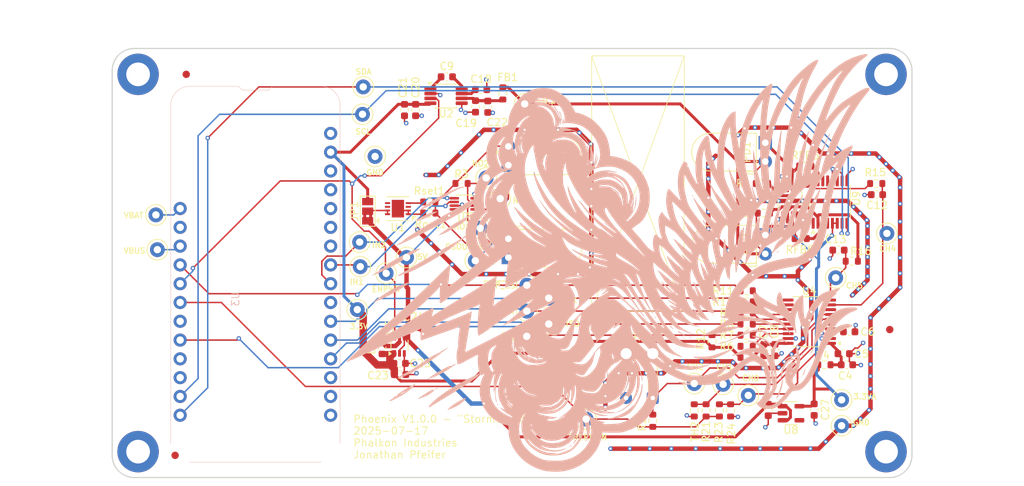
<source format=kicad_pcb>
(kicad_pcb (version 20241229) (generator "pcbnew") (generator_version "9.0")
  (layers (0 "F.Cu" signal) (4 "In1.Cu" signal) (6 "In2.Cu" signal) (2 "B.Cu" signal) (13 "F.Paste" user) (15 "B.Paste" user) (5 "F.SilkS" user "F.Silkscreen") (7 "B.SilkS" user "B.Silkscreen") (1 "F.Mask" user) (3 "B.Mask" user) (25 "Edge.Cuts" user))
  (net 0 "")
  (net 1 "Net-(U4-AVDD)")
  (net 2 "Net-(U4-REFIN+{slash}OUT)")
  (net 3 "GND")
  (net 4 "Net-(U4-DVDD)")
  (net 5 "Net-(U2-CF-)")
  (net 6 "Net-(U2-CF+)")
  (net 7 "Net-(U2-CRES)")
  (net 8 "Net-(U2-VOUT)")
  (net 9 "+3.3V")
  (net 10 "+5V")
  (net 11 "+3.3VA")
  (net 12 "/CSOURCE")
  (net 13 "/NO0")
  (net 14 "/NO1")
  (net 15 "-0.23V")
  (net 16 "/CH1")
  (net 17 "/CH0")
  (net 18 "Net-(U6-L)")
  (net 19 "/NO2")
  (net 20 "/MCLK")
  (net 21 "Net-(U4-MCLK)")
  (net 22 "Net-(U4-~{IRQ}{slash}MDAT)")
  (net 23 "/~{IRQ}")
  (net 24 "Net-(U4-SDO)")
  (net 25 "/MISO")
  (net 26 "/MOSI")
  (net 27 "Net-(U4-SDI)")
  (net 28 "/SCK")
  (net 29 "Net-(U4-SCK)")
  (net 30 "Net-(U4-~{CS})")
  (net 31 "/~{MCP_CS}")
  (net 32 "/CH2")
  (net 33 "/CH3")
  (net 34 "Net-(Rout1-Pad2)")
  (net 35 "Net-(Rset1-Pad2)")
  (net 36 "/EnablePower")
  (net 37 "Net-(U3-VBAT)")
  (net 38 "/IN1")
  (net 39 "/IN2")
  (net 40 "/SCL")
  (net 41 "/SDA")
  (net 42 "Net-(U3-VBUS)")
  (net 59 "Net-(U9-W2)")
  (net 60 "Net-(U9-W1)")
  (net 62 "Net-(PD1-K)")
  (net 63 "Net-(PD2-K)")
  (net 64 "/PD1_SIG")
  (net 65 "/PD2_SIG")
  (net 66 "/CH4")
  (net 67 "/CH7")
  (net 68 "/CH5")
  (net 69 "/CH6")
  (net 70 "Net-(JP1-C)")
  (net 71 "/Thermistor_On")
  (footprint "TestPoint:TestPoint_Keystone_5000-5004_Miniature" (layer "F.Cu") (at 112.5 65.4)
    (property "Reference" "TP2" (hide yes))
    (property "Value" "TestPoint_Small")
  )
  (footprint "Resistor_SMD:R_0603_1608Metric" (layer "F.Cu") (at 129.875 48.759949)
    (property "Reference" "R16")
    (property "Value" "100")
  )
  (footprint "TestPoint:TestPoint_Keystone_5000-5004_Miniature" (layer "F.Cu") (at 79.029149 48.69373)
    (property "Reference" "TP31" (hide yes))
    (property "Value" "TestPoint_Small")
  )
  (footprint "Resistor_SMD:R_0603_1608Metric" (layer "F.Cu") (at 115.675 60.259949)
    (property "Reference" "R6")
    (property "Value" "10")
  )
  (footprint "Capacitor_SMD:C_0603_1608Metric" (layer "F.Cu") (at 119.5 60.775 -90)
    (property "Reference" "C8")
    (property "Value" "100nF")
  )
  (footprint "Capacitor_SMD:C_0603_1608Metric" (layer "F.Cu") (at 79.814477 25.559039)
    (property "Reference" "C18")
    (property "Value" "4.7uF")
  )
  (footprint "Package_SO:VSSOP-8_3x3mm_P0.65mm" (layer "F.Cu") (at 75.0875 26.425)
    (property "Reference" "U2")
    (property "Value" "LM7705")
  )
  (footprint "Package_SO:MSOP-8_3x3mm_P0.65mm" (layer "F.Cu") (at 121.525 40.728699 -90)
    (property "Reference" "U7")
    (property "Value" "OPA2380")
  )
  (footprint "TestPoint:TestPoint_Keystone_5000-5004_Miniature" (layer "F.Cu") (at 63.416634 46.179931)
    (property "Reference" "TP26" (hide yes))
    (property "Value" "TestPoint_Small")
  )
  (footprint "TestPoint:TestPoint_Keystone_5000-5004_Miniature" (layer "F.Cu") (at 65.5 34.6)
    (property "Reference" "TP10" (hide yes))
    (property "Value" "TestPoint_Small")
  )
  (footprint "Capacitor_SMD:C_0603_1608Metric" (layer "F.Cu") (at 133.275 39.759949 180)
    (property "Reference" "C12")
    (property "Value" "100nF")
  )
  (footprint "Capacitor_SMD:C_0603_1608Metric" (layer "F.Cu") (at 79.06294 27.834949 -90)
    (property "Reference" "C19")
    (property "Value" "100nF")
  )
  (footprint "Capacitor_SMD:C_0603_1608Metric" (layer "F.Cu") (at 69.475 28.325 -90)
    (property "Reference" "C21")
    (property "Value" "10uF")
  )
  (footprint "" (layer "F.Cu") (at 135 58)
    (property "Reference" "")
    (property "Value" "")
  )
  (footprint "Resistor_SMD:R_0603_1608Metric" (layer "F.Cu") (at 72.825 40.75 180)
    (property "Reference" "Rset1")
    (property "Value" "20k")
  )
  (footprint "LED_THT:LED_D5.0mm_Horizontal_O1.27mm_Z3.0mm" (layer "F.Cu") (at 83.5 35.782097 90)
    (property "Reference" "D1")
    (property "Value" "GreenLED")
  )
  (footprint "Package_DFN_QFN:DFN-8-1EP_3x3mm_P0.5mm_EP1.66x2.38mm" (layer "F.Cu") (at 68.585 41.655 180)
    (property "Reference" "U1")
    (property "Value" "LT3092xDD")
  )
  (footprint "Capacitor_SMD:C_0603_1608Metric" (layer "F.Cu") (at 118 60.775 -90)
    (property "Reference" "C7")
    (property "Value" "100nF")
  )
  (footprint "Resistor_SMD:R_0603_1608Metric" (layer "F.Cu") (at 118 42.259949 180)
    (property "Reference" "R2")
    (property "Value" "2K")
  )
  (footprint "Capacitor_SMD:C_0603_1608Metric" (layer "F.Cu") (at 128.775 61.259949)
    (property "Reference" "C5")
    (property "Value" "100nF")
  )
  (footprint "Resistor_SMD:R_0603_1608Metric" (layer "F.Cu") (at 122.975 45.7)
    (property "Reference" "RFB6")
    (property "Value" "0")
  )
  (footprint "Capacitor_SMD:C_0603_1608Metric" (layer "F.Cu") (at 80.724188 27.875 -90)
    (property "Reference" "C22")
    (property "Value" "22uF")
  )
  (footprint "TestPoint:TestPoint_Keystone_5000-5004_Miniature" (layer "F.Cu") (at 63.8 28.9)
    (property "Reference" "TP32" (hide yes))
    (property "Value" "TestPoint_Small")
  )
  (footprint "Capacitor_SMD:C_0603_1608Metric" (layer "F.Cu") (at 124.7925 68.825 -90)
    (property "Reference" "C27")
    (property "Value" "1uF")
  )
  (footprint "Package_SO:VSSOP-8_2.3x2mm_P0.5mm" (layer "F.Cu") (at 77.6 41 180)
    (property "Reference" "U5")
    (property "Value" "TS5A3359")
  )
  (footprint "LED_THT:LED_D5.0mm_Horizontal_O1.27mm_Z3.0mm" (layer "F.Cu") (at 83.5 48.26199 90)
    (property "Reference" "D2")
    (property "Value" "BlueLED")
  )
  (footprint "Connector_Wire:SolderWire-0.1sqmm_1x02_P3.6mm_D0.4mm_OD1mm_Relief" (layer "F.Cu") (at 103 67.25 180)
    (property "Reference" "TH1")
    (property "Value" "Sample Thermistor")
  )
  (footprint "MountingHole:MountingHole_3.2mm_M3_DIN965_Pad_TopBottom" (layer "F.Cu") (at 33.5 23.5)
    (property "Reference" "REF**" (hide yes))
    (property "Value" "MountingHole_3.2mm_M3_DIN965_Pad_TopBottom")
  )
  (footprint "Package_SO:TSSOP-20_4.4x6.5mm_P0.65mm" (layer "F.Cu") (at 124.1375 56.934949 180)
    (property "Reference" "U4")
    (property "Value" "MCP3564")
  )
  (footprint "Resistor_SMD:R_0603_1608Metric" (layer "F.Cu") (at 115.675 58.759949)
    (property "Reference" "R7")
    (property "Value" "10")
  )
  (footprint "Resistor_SMD:R_0603_1608Metric" (layer "F.Cu") (at 108.6 68.925 -90)
    (property "Reference" "TH2")
    (property "Value" "EnclosureThermistor")
  )
  (footprint "TestPoint:TestPoint_Keystone_5000-5004_Miniature" (layer "F.Cu") (at 128.5 67.5)
    (property "Reference" "TP23" (hide yes))
    (property "Value" "TestPoint_Small")
  )
  (footprint "TestPoint:TestPoint_Keystone_5000-5004_Miniature" (layer "F.Cu") (at 128.5 71)
    (property "Reference" "TP27" (hide yes))
    (property "Value" "TestPoint_Small")
  )
  (footprint "MountingHole:MountingHole_3.2mm_M3_DIN965_Pad_TopBottom" (layer "F.Cu") (at 134.5 74.5)
    (property "Reference" "REF**" (hide yes))
    (property "Value" "MountingHole_3.2mm_M3_DIN965_Pad_TopBottom")
  )
  (footprint "Resistor_SMD:R_0603_1608Metric" (layer "F.Cu") (at 123.5875 35.903699)
    (property "Reference" "RFB5")
    (property "Value" "0")
  )
  (footprint "TestPoint:TestPoint_Keystone_5000-5004_Miniature" (layer "F.Cu") (at 82.4 40.3)
    (property "Reference" "TP18" (hide yes))
    (property "Value" "TestPoint_Small")
  )
  (footprint "" (layer "F.Cu") (at 38.5 75)
    (property "Reference" "")
    (property "Value" "")
  )
  (footprint "Capacitor_SMD:C_0603_1608Metric" (layer "F.Cu") (at 75.185794 23.832445)
    (property "Reference" "C9")
    (property "Value" "4.7uF")
  )
  (footprint "Capacitor_SMD:C_0603_1608Metric" (layer "F.Cu") (at 129.525 58.3)
    (property "Reference" "C6")
    (property "Value" "10uF")
  )
  (footprint "Resistor_SMD:R_0603_1608Metric" (layer "F.Cu") (at 112 68.925 90)
    (property "Reference" "R23")
    (property "Value" "10k")
  )
  (footprint "Resistor_SMD:R_0603_1608Metric" (layer "F.Cu") (at 115.675 55.759949)
    (property "Reference" "R9")
    (property "Value" "10")
  )
  (footprint "TestPoint:TestPoint_Keystone_5000-5004_Miniature" (layer "F.Cu") (at 36.1 47.2)
    (property "Reference" "TP36" (hide yes))
    (property "Value" "TestPoint_Small")
  )
  (footprint "Resistor_SMD:R_0603_1608Metric" (layer "F.Cu") (at 103 70.325 90)
    (property "Reference" "R22")
    (property "Value" "10k")
  )
  (footprint "TestPoint:TestPoint_Keystone_5000-5004_Miniature" (layer "F.Cu") (at 85.7 27.5 180)
    (property "Reference" "TP16" (hide yes))
    (property "Value" "TestPoint_Small")
  )
  (footprint "TestPoint:TestPoint_Keystone_5000-5004_Miniature" (layer "F.Cu") (at 88.953039 57.249675)
    (property "Reference" "TP15" (hide yes))
    (property "Value" "TestPoint_Small")
  )
  (footprint "TestPoint:TestPoint_Keystone_5000-5004_Miniature" (layer "F.Cu") (at 88.953039 53.749675)
    (property "Reference" "TP13" (hide yes))
    (property "Value" "TestPoint_Small")
  )
  (footprint "MountingHole:MountingHole_3.2mm_M3_DIN965_Pad_TopBottom" (layer "F.Cu") (at 134.5 23.5)
    (property "Reference" "REF**" (hide yes))
    (property "Value" "MountingHole_3.2mm_M3_DIN965_Pad_TopBottom")
  )
  (footprint "Capacitor_SMD:C_0603_1608Metric" (layer "F.Cu") (at 129.225 62.759949)
    (property "Reference" "C4")
    (property "Value" "100nF")
  )
  (footprint "TestPoint:TestPoint_Keystone_5000-5004_Miniature" (layer "F.Cu") (at 63.1 55.3)
    (property "Reference" "TP9" (hide yes))
    (property "Value" "TestPoint_Small")
  )
  (footprint "Capacitor_SMD:C_0603_1608Metric" (layer "F.Cu") (at 70.7255 57.7255)
    (property "Reference" "C24")
    (property "Value" "10uF")
  )
  (footprint "TestPoint:TestPoint_Keystone_5000-5004_Miniature" (layer "F.Cu") (at 108.6 65.3)
    (property "Reference" "TP5" (hide yes))
    (property "Value" "TestPoint_Small")
  )
  (footprint "MountingHole:MountingHole_3.2mm_M3_DIN965_Pad_TopBottom" (layer "F.Cu") (at 33.5 74.5)
    (property "Reference" "REF**" (hide yes))
    (property "Value" "MountingHole_3.2mm_M3_DIN965_Pad_TopBottom")
  )
  (footprint "TestPoint:TestPoint_Keystone_5000-5004_Miniature" (layer "F.Cu") (at 79.7 44.3)
    (property "Reference" "TP19" (hide yes))
    (property "Value" "TestPoint_Small")
  )
  (footprint "Resistor_SMD:R_0603_1608Metric" (layer "F.Cu") (at 115.675 54.259949)
    (property "Reference" "R10")
    (property "Value" "10")
  )
  (footprint "TestPoint:TestPoint_Keystone_5000-5004_Miniature" (layer "F.Cu") (at 86 55.5)
    (property "Reference" "TP14" (hide yes))
    (property "Value" "TestPoint_Small")
  )
  (footprint "TestPoint:TestPoint_Keystone_5000-5004_Miniature" (layer "F.Cu") (at 86 52)
    (property "Reference" "TP12" (hide yes))
    (property "Value" "TestPoint_Small")
  )
  (footprint "TestPoint:TestPoint_Keystone_5000-5004_Miniature" (layer "F.Cu") (at 85.980192 58.914972)
    (property "Reference" "TP37" (hide yes))
    (property "Value" "TestPoint_Small")
  )
  (footprint "Resistor_SMD:R_0603_1608Metric" (layer "F.Cu") (at 115.675 52.759949)
    (property "Reference" "R11")
    (property "Value" "10")
  )
  (footprint "Inductor_SMD:L_0603_1608Metric" (layer "F.Cu") (at 66.4505 60.513 90)
    (property "Reference" "L1")
    (property "Value" "4.7uH")
  )
  (footprint "Capacitor_SMD:C_0603_1608Metric" (layer "F.Cu") (at 118.5925 68.859949 -90)
    (property "Reference" "C26" (hide yes))
    (property "Value" "1uF")
  )
  (footprint "Resistor_SMD:R_0603_1608Metric" (layer "F.Cu") (at 133.175 38.259949 180)
    (property "Reference" "R15")
    (property "Value" "100")
  )
  (footprint "TestPoint:TestPoint_Keystone_5000-5004_Miniature" (layer "F.Cu") (at 134.614892 45)
    (property "Reference" "TP3" (hide yes))
    (property "Value" "TestPoint_Small")
  )
  (footprint "Resistor_SMD:R_0603_1608Metric" (layer "F.Cu") (at 110.2 68.925 90)
    (property "Reference" "R21")
    (property "Value" "10k")
  )
  (footprint "Resistor_SMD:R_0603_1608Metric" (layer "F.Cu") (at 72.825 42.25 180)
    (property "Reference" "Rout1")
    (property "Value" "10")
  )
  (footprint "Capacitor_SMD:C_0603_1608Metric" (layer "F.Cu") (at 68.8755 64.0755)
    (property "Reference" "C23")
    (property "Value" "10uF")
  )
  (footprint "Fiducial:Fiducial_1mm_Mask2mm" (layer "F.Cu") (at 40 23.5)
    (property "Reference" "REF**" (hide yes))
    (property "Value" "Fiducial_1mm_Mask2mm")
  )
  (footprint "Package_TO_SOT_SMD:Texas_R-PDSO-G6" (layer "F.Cu") (at 68.8005 60.1255 90)
    (property "Reference" "U6")
    (property "Value" "TPS61222DCK")
  )
  (footprint "TestPoint:TestPoint_Keystone_5000-5004_Miniature" (layer "F.Cu") (at 63.9 25.2)
    (property "Reference" "TP33" (hide yes))
    (property "Value" "TestPoint_Small")
  )
  (footprint "TestPoint:TestPoint_Keystone_5000-5004_Miniature" (layer "F.Cu") (at 94 70.1)
    (property "Reference" "TP34" (hide yes))
    (property "Value" "TestPoint_Small")
  )
  (footprint "TestPoint:TestPoint_Keystone_5000-5004_Miniature" (layer "F.Cu") (at 80.5 37.5)
    (property "Reference" "TP20" (hide yes))
    (property "Value" "TestPoint_Small")
  )
  (footprint "TestPoint:TestPoint_Keystone_5000-5004_Miniature" (layer "F.Cu") (at 115.9 66.9)
    (property "Reference" "TP1" (hide yes))
    (property "Value" "TestPoint_Small")
  )
  (footprint "TestPoint:TestPoint_Keystone_5000-5004_Miniature" (layer "F.Cu") (at 63.5 49.5)
    (property "Reference" "TP25" (hide yes))
    (property "Value" "TestPoint_Small")
  )
  (footprint "TestPoint:TestPoint_Keystone_5000-5004_Miniature" (layer "F.Cu") (at 69.75 48.25 90)
    (property "Reference" "TP17" (hide yes))
    (property "Value" "TestPoint_Small")
  )
  (footprint "LED_THT:LED_D5.0mm_Horizontal_O1.27mm_Z3.0mm" (layer "F.Cu") (at 118.195061 32.742046 -90)
    (property "Reference" "PD1")
    (property "Value" "Photodiode")
  )
  (footprint "Resistor_SMD:R_0603_1608Metric" (layer "F.Cu") (at 115.675 61.759949)
    (property "Reference" "R5" (hide yes))
    (property "Value" "10")
  )
  (footprint "TestPoint:TestPoint_Keystone_5000-5004_Miniature" (layer "F.Cu") (at 127.7 51)
    (property "Reference" "TP4" (hide yes))
    (property "Value" "TestPoint_Small")
  )
  (footprint "Resistor_SMD:R_0603_1608Metric" (layer "F.Cu") (at 117.7375 38.259949 180)
    (property "Reference" "R1")
    (property "Value" "2K")
  )
  (footprint "TestPoint:TestPoint_Keystone_5000-5004_Miniature" (layer "F.Cu") (at 67 50.4)
    (property "Reference" "TP11" (hide yes))
    (property "Value" "TestPoint_Small")
  )
  (footprint "Package_SO:TSSOP-16_4.4x5mm_P0.65mm" (layer "F.Cu") (at 126.9375 40.766199 90)
    (property "Reference" "U9")
    (property "Value" "AD5242")
  )
  (footprint "Resistor_SMD:R_0603_1608Metric" (layer "F.Cu") (at 77.175 38.25 180)
    (property "Reference" "R3")
    (property "Value" "175")
  )
  (footprint "Package_TO_SOT_SMD:SOT-23-5" (layer "F.Cu") (at 121.6625 69.309949)
    (property "Reference" "U8")
    (property "Value" "TPS7A2033DQN")
  )
  (footprint "LED_THT:LED_D5.0mm_Horizontal_O1.27mm_Z3.0mm" (layer "F.Cu") (at 118.195061 45.221939 -90)
    (property "Reference" "PD2")
    (property "Value" "Photodiode")
  )
  (footprint "Resistor_SMD:R_0603_1608Metric" (layer "F.Cu") (at 113.51 68.925 -90)
    (property "Reference" "R24")
    (property "Value" "10k")
  )
  (footprint "Capacitor_SMD:C_0603_1608Metric" (layer "F.Cu") (at 68.8255 62.5755)
    (property "Reference" "C25")
    (property "Value" "100nF")
  )
  (footprint "Resistor_SMD:R_0603_1608Metric" (layer "F.Cu") (at 126.175 62.759949)
    (property "Reference" "R4")
    (property "Value" "10")
  )
  (footprint "Resistor_SMD:R_0603_1608Metric" (layer "F.Cu") (at 111 59.584949 90)
    (property "Reference" "R12")
    (property "Value" "10k")
  )
  (footprint "TestPoint:TestPoint_Keystone_5000-5004_Miniature" (layer "F.Cu") (at 35.9 42.5)
    (property "Reference" "TP24" (hide yes))
    (property "Value" "TestPoint_Small")
  )
  (footprint "Resistor_SMD:R_0603_1608Metric" (layer "F.Cu") (at 115.675 57.259949)
    (property "Reference" "R8")
    (property "Value" "10")
  )
  (footprint "Jumper:SolderJumper-3_P1.3mm_Bridged2Bar12_Pad1.0x1.5mm" (layer "F.Cu") (at 64.5 42 90)
    (property "Reference" "JP1")
    (property "Value" "SolderJumper_3_Bridged12")
  )
  (footprint "Resistor_SMD:R_0603_1608Metric" (layer "F.Cu") (at 82.752991 26.075 90)
    (property "Reference" "FB1")
    (property "Value" "120ohm@100MHz")
  )
  (footprint "Capacitor_SMD:C_0603_1608Metric" (layer "F.Cu") (at 128.075 47.259949 180)
    (property "Reference" "C13")
    (property "Value" "100nF")
  )
  (footprint "Capacitor_SMD:C_0603_1608Metric" (layer "F.Cu") (at 70.975 28.325 -90)
    (property "Reference" "C20")
    (property "Value" "100nF")
  )
  (footprint "LOGO" (layer "B.Cu") (at 96.5 50.7 90)
    (property "Reference" "G***" (hide yes))
    (property "Value" "LOGO" (hide yes))
  )
  (footprint "-ProjectLibrary:Adafruit Feather nrf52840 Express" (layer "B.Cu") (at 47.68 52.72 -90)
    (property "Reference" "U3")
    (property "Value" "Adafruit_Feather_nrf52840_Express")
  )
  (gr_line (start 107.25 21) (end 94.75 55.5) (stroke (width 0.1)) (layer "F.SilkS"))
  (gr_line (start 94.75 21) (end 107.25 55.5) (stroke (width 0.1)) (layer "F.SilkS"))
  (gr_rect (start 94.75 21) (end 107.25 55.5) (stroke (width 0.1)) (fill no) (layer "F.SilkS"))
  (gr_line (start 33 20) (end 135 20) (stroke (width 0.16)) (layer "Edge.Cuts"))
  (gr_line (start 138 23) (end 138 75) (stroke (width 0.16)) (layer "Edge.Cuts"))
  (gr_arc (start 138 75) (mid 137.12132 77.12132) (end 135 78) (stroke (width 0.16)) (layer "Edge.Cuts"))
  (gr_line (start 30 75) (end 30 23) (stroke (width 0.16)) (layer "Edge.Cuts"))
  (gr_arc (start 30 23) (mid 30.87868 20.87868) (end 33 20) (stroke (width 0.16)) (layer "Edge.Cuts"))
  (gr_arc (start 33 78) (mid 30.87868 77.12132) (end 30 75) (stroke (width 0.16)) (layer "Edge.Cuts"))
  (gr_arc (start 135 20) (mid 137.12132 20.87868) (end 138 23) (stroke (width 0.16)) (layer "Edge.Cuts"))
  (gr_line (start 135 78) (end 33 78) (stroke (width 0.16)) (layer "Edge.Cuts"))
  (gr_text "~{IRQ}" (at 82.5 59.5 0) (layer "F.SilkS") (effects (font (size 0.75 0.75) (thickness 0.15) (bold yes)) (justify left bottom)))
  (gr_text "SCK" (at 90.5 54.5 0) (layer "F.SilkS") (effects (font (size 0.75 0.75) (thickness 0.15) (bold yes)) (justify left bottom)))
  (gr_text "SDA" (at 62.796762 23.581324 0) (layer "F.SilkS") (effects (font (size 0.75 0.75) (thickness 0.15) (bold yes)) (justify left bottom)))
  (gr_text "MISO" (at 90.291287 57.660883 0) (layer "F.SilkS") (effects (font (size 0.75 0.75) (thickness 0.15) (bold yes)) (justify left bottom)))
  (gr_text "5V" (at 71.101848 48.614016 0) (layer "F.SilkS") (effects (font (size 0.75 0.75) (thickness 0.15) (bold yes)) (justify left bottom)))
  (gr_text "IN1" (at 62 52 0) (layer "F.SilkS") (effects (font (size 0.75 0.75) (thickness 0.15) (bold yes)) (justify left bottom)))
  (gr_text "CH5" (at 129 52.5 0) (layer "F.SilkS") (effects (font (size 0.75 0.75) (thickness 0.15) (bold yes)) (justify left bottom)))
  (gr_text "NO0" (at 84 41 0) (layer "F.SilkS") (effects (font (size 0.75 0.75) (thickness 0.15) (bold yes)) (justify left bottom)))
  (gr_text "ENPWR" (at 65 53 0) (layer "F.SilkS") (effects (font (size 0.75 0.75) (thickness 0.15) (bold yes)) (justify left bottom)))
  (gr_text "~{MCP_CS}" (at 80 52.5 0) (layer "F.SilkS") (effects (font (size 0.75 0.75) (thickness 0.15) (bold yes)) (justify left bottom)))
  (gr_text "VBUS" (at 31.470672 47.786763 0) (layer "F.SilkS") (effects (font (size 0.75 0.75) (thickness 0.15) (bold yes)) (justify left bottom)))
  (gr_text "IN2" (at 65 47 0) (layer "F.SilkS") (effects (font (size 0.75 0.75) (thickness 0.15) (bold yes)) (justify left bottom)))
  (gr_text "-0.23V" (at 87.1 27.5 0) (layer "F.SilkS") (effects (font (size 0.75 0.75) (thickness 0.15) (bold yes)) (justify left bottom)))
  (gr_text "CH4" (at 133.5 47.5 0) (layer "F.SilkS") (effects (font (size 0.75 0.75) (thickness 0.15) (bold yes)) (justify left bottom)))
  (gr_text "GND" (at 64.260159 37.2 0) (layer "F.SilkS") (effects (font (size 0.75 0.75) (thickness 0.15) (bold yes)) (justify left bottom)))
  (gr_text "MOSI" (at 81.5 56 0) (layer "F.SilkS") (effects (font (size 0.75 0.75) (thickness 0.15) (bold yes)) (justify left bottom)))
  (gr_text "CSOURCE" (at 74.865095 47.257657 0) (layer "F.SilkS") (effects (font (size 0.75 0.75) (thickness 0.15) (bold yes)) (justify left bottom)))
  (gr_text "VBAT" (at 31.5 43 0) (layer "F.SilkS") (effects (font (size 0.75 0.75) (thickness 0.15) (bold yes)) (justify left bottom)))
  (gr_text "3.3V" (at 62 58 0) (layer "F.SilkS") (effects (font (size 0.75 0.75) (thickness 0.15) (bold yes)) (justify left bottom)))
  (gr_text "CH0" (at 115 65 0) (layer "F.SilkS") (effects (font (size 0.75 0.75) (thickness 0.15) (bold yes)) (justify left bottom)))
  (gr_text "3.3VA" (at 130 67.5 0) (layer "F.SilkS") (effects (font (size 0.75 0.75) (thickness 0.15) (bold yes)) (justify left bottom)))
  (gr_text "NO2" (at 78.5 36 0) (layer "F.SilkS") (effects (font (size 0.75 0.75) (thickness 0.15) (bold yes)) (justify left bottom)))
  (gr_text "CH2" (at 107.5 63.5 0) (layer "F.SilkS") (effects (font (size 0.75 0.75) (thickness 0.15) (bold yes)) (justify left bottom)))
  (gr_text "THERMON" (at 91.5 73 0) (layer "F.SilkS") (effects (font (size 0.75 0.75) (thickness 0.15) (bold yes)) (justify left bottom)))
  (gr_text "SCL" (at 62.764243 31.678784 0) (layer "F.SilkS") (effects (font (size 0.75 0.75) (thickness 0.15) (bold yes)) (justify left bottom)))
  (gr_text "GND" (at 129.9 71 0) (layer "F.SilkS") (effects (font (size 0.75 0.75) (thickness 0.15) (bold yes)) (justify left bottom)))
  (gr_text "NO1" (at 76 44.5 0) (layer "F.SilkS") (effects (font (size 0.75 0.75) (thickness 0.15) (bold yes)) (justify left bottom)))
  (gr_text "CH1" (at 111.5 63.5 0) (layer "F.SilkS") (effects (font (size 0.75 0.75) (thickness 0.15) (bold yes)) (justify left bottom)))
  (gr_text "Phoenix V1.0.0 - {dblquote}Stormcloud{dblquote}\n2025-07-17\nPhalkon Industries\nJonathan Pfeifer" (at 62.5 75.5 0) (layer "F.SilkS") (effects (font (size 1 1) (thickness 0.125)) (justify left bottom)))
  (segment (start 128 61.259949) (end 128 60.859949) (width 0.4) (layer "F.Cu") (net 1))
  (segment (start 128 60.859949) (end 127 59.859949) (width 0.4) (layer "F.Cu") (net 1))
  (segment (start 128.45 62.759949) (end 128.45 61.709949) (width 0.4) (layer "F.Cu") (net 1))
  (segment (start 128.45 61.709949) (end 128 61.259949) (width 0.4) (layer "F.Cu") (net 1))
  (segment (start 127 62.759949) (end 128.45 62.759949) (width 0.4) (layer "F.Cu") (net 1))
  (segment (start 127 57.909949) (end 128.1 57.909949) (width 0.2) (layer "F.Cu") (net 2))
  (segment (start 128.1 57.909949) (end 128.725 58.534949) (width 0.2) (layer "F.Cu") (net 2))
  (segment (start 121.2 37.4) (end 121.1 37.3) (width 0.2) (layer "F.Cu") (net 3))
  (segment (start 92.9 50.5) (end 90.2 50.5) (width 0.6) (layer "F.Cu") (net 3))
  (segment (start 110.5 40.2) (end 110.5 37.6) (width 0.6) (layer "F.Cu") (net 3))
  (segment (start 126.1 59.2) (end 126.109949 59.209949) (width 0.2) (layer "F.Cu") (net 3))
  (segment (start 132.4 58.4) (end 132.4 60.6) (width 0.6) (layer "F.Cu") (net 3))
  (segment (start 120 63.1) (end 119.9 63.2) (width 0.6) (layer "F.Cu") (net 3))
  (segment (start 122.941199 42.841199) (end 123.3 43.2) (width 0.2) (layer "F.Cu") (net 3))
  (segment (start 134.85 53.85) (end 133.55 55.15) (width 0.6) (layer "F.Cu") (net 3))
  (segment (start 126.3 40.604699) (end 127.8 40.604699) (width 0.6) (layer "F.Cu") (net 3))
  (segment (start 130.1 71) (end 131.05 70.05) (width 0.6) (layer "F.Cu") (net 3))
  (segment (start 129.2125 37.0875) (end 130 36.3) (width 0.2) (layer "F.Cu") (net 3))
  (segment (start 123.299 59.701) (end 122.6 60.4) (width 0.6) (layer "F.Cu") (net 3))
  (segment (start 130 62.759949) (end 131.059949 62.759949) (width 0.2) (layer "F.Cu") (net 3))
  (segment (start 104.4 63.9) (end 104.1 63.9) (width 0.6) (layer "F.Cu") (net 3))
  (segment (start 127.3 48) (end 126.9 48.4) (width 0.2) (layer "F.Cu") (net 3))
  (segment (start 132 50.8) (end 132 51.3) (width 0.6) (layer "F.Cu") (net 3))
  (segment (start 136.4 48.3) (end 136.4 50.4) (width 0.6) (layer "F.Cu") (net 3))
  (segment (start 69.4505 61.2255) (end 69.4505 63.8755) (width 0.2) (layer "F.Cu") (net 3))
  (segment (start 70.975 29.1) (end 71.8 29.1) (width 0.2) (layer "F.Cu") (net 3))
  (segment (start 115.6 63.2) (end 114.6 63.2) (width 0.6) (layer "F.Cu") (net 3))
  (segment (start 130.3 58.3) (end 130.3 57.5) (width 0.2) (layer "F.Cu") (net 3))
  (segment (start 127.8 40.604699) (end 129.304699 40.604699) (width 0.6) (layer "F.Cu") (net 3))
  (segment (start 79.06294 28.609949) (end 77.790051 28.609949) (width 0.2) (layer "F.Cu") (net 3))
  (segment (start 108.8 74.1) (end 105.5 74.1) (width 0.6) (layer "F.Cu") (net 3))
  (segment (start 131.640051 39.759949) (end 131.6 39.8) (width 0.2) (layer "F.Cu") (net 3))
  (segment (start 69.4505 63.8755) (end 69.6505 64.0755) (width 0.2) (layer "F.Cu") (net 3))
  (segment (start 120.55 38.616199) (end 120.55 37.45) (width 0.2) (layer "F.Cu") (net 3))
  (segment (start 120.5 30.7) (end 121.7 30.7) (width 0.6) (layer "F.Cu") (net 3))
  (segment (start 122.6 50.1) (end 122.6 50.8) (width 0.6) (layer "F.Cu") (net 3))
  (segment (start 124.3 74.1) (end 120.3 74.1) (width 0.6) (layer "F.Cu") (net 3))
  (segment (start 123.75 52.45) (end 124.3 53) (width 0.6) (layer "F.Cu") (net 3))
  (segment (start 121.7 30.7) (end 122.3 30.7) (width 0.6) (layer "F.Cu") (net 3))
  (segment (start 127.9125 36.3125) (end 127.9125 37.903699) (width 0.2) (layer "F.Cu") (net 3))
  (segment (start 115.5 30.7) (end 116.8 30.7) (width 0.6) (layer "F.Cu") (net 3))
  (segment (start 124.4 55.6) (end 124.4 56.5) (width 0.6) (layer "F.Cu") (net 3))
  (segment (start 80.589477 24.289477) (end 80.5 24.2) (width 0.2) (layer "F.Cu") (net 3))
  (segment (start 94.7 41.3) (end 94.7 44.5) (width 0.6) (layer "F.Cu") (net 3))
  (segment (start 132.4 64.3) (end 132.4 66) (width 0.6) (layer "F.Cu") (net 3))
  (segment (start 123.05 31.45) (end 124.65 33.05) (width 0.6) (layer "F.Cu") (net 3))
  (segment (start 132.4 60.6) (end 132.4 62.7) (width 0.6) (layer "F.Cu") (net 3))
  (segment (start 85.7 31) (end 90.2 31) (width 0.6) (layer "F.Cu") (net 3))
  (segment (start 126.7 34.2) (end 129.8 34.2) (width 0.6) (layer "F.Cu") (net 3))
  (segment (start 96.6 67) (end 96.6 68.5) (width 0.6) (layer "F.Cu") (net 3))
  (segment (start 94.7 33) (end 94.7 35.4) (width 0.6) (layer "F.Cu") (net 3))
  (segment (start 79 40.25) (end 79 39.8) (width 0.2) (layer "F.Cu") (net 3))
  (segment (start 129.8 34.2) (end 132.2 34.2) (width 0.6) (layer "F.Cu") (net 3))
  (segment (start 79 39.8) (end 78.9 39.7) (width 0.2) (layer "F.Cu") (net 3))
  (segment (start 119.3 30.7) (end 120.5 30.7) (width 0.6) (layer "F.Cu") (net 3))
  (segment (start 99.9 74.1) (end 97.3 74.1) (width 0.6) (layer "F.Cu") (net 3))
  (segment (start 102.6 74.1) (end 99.9 74.1) (width 0.6) (layer "F.Cu") (net 3))
  (segment (start 120.8 50.8) (end 118.3 50.8) (width 0.6) (layer "F.Cu") (net 3))
  (segment (start 124.4 53) (end 124.4 53.8) (width 0.6) (layer "F.Cu") (net 3))
  (segment (start 122.290051 59.209949) (end 122.3 59.2) (width 0.2) (layer "F.Cu") (net 3))
  (segment (start 93.1 31.4) (end 94.6 32.9) (width 0.6) (layer "F.Cu") (net 3))
  (segment (start 77.2 27.4) (end 77.2 28.2) (width 0.2) (layer "F.Cu") (net 3))
  (segment (start 104.1 63.9) (end 102.1 63.9) (width 0.6) (layer "F.Cu") (net 3))
  (segment (start 131.05 70.05) (end 132.2 68.9) (width 0.6) (layer "F.Cu") (net 3))
  (segment (start 94.7 44.5) (end 94.7 47.7) (width 0.6) (layer "F.Cu") (net 3))
  (segment (start 132.4 68.7) (end 132.4 67.1) (width 0.6) (layer "F.Cu") (net 3))
  (segment (start 120.55 37.45) (end 120.4 37.3) (width 0.2) (layer "F.Cu") (net 3))
  (segment (start 107.75 69.75) (end 107.6 69.6) (width 0.2) (layer "F.Cu") (net 3))
  (segment (start 77.2 50.5) (end 75.9 49.2) (width 0.6) (layer "F.Cu") (net 3))
  (segment (start 109.6 62.3) (end 107 62.3) (width 0.6) (layer "F.Cu") (net 3))
  (segment (start 111.1 34.9) (end 111.5 34.5) (width 0.6) (layer "F.Cu") (net 3))
  (segment (start 124.3 53) (end 124.4 53) (width 0.6) (layer "F.Cu") (net 3))
  (segment (start 121.4 40.604699) (end 123.2 40.604699) (width 0.6) (layer "F.Cu") (net 3))
  (segment (start 124.4 56.5) (end 124.15 56.75) (width 0.6) (layer "F.Cu") (net 3))
  (segment (start 81.5 31) (end 85.7 31) (width 0.6) (layer "F.Cu") (net 3))
  (segment (start 116.3 40.5) (end 116.404699 40.604699) (width 0.6) (layer "F.Cu") (net 3))
  (segment (start 113.2 47.3) (end 111.6 45.7) (width 0.6) (layer "F.Cu") (net 3))
  (segment (start 131.9 43.2) (end 132 43.3) (width 0.6) (layer "F.Cu") (net 3))
  (segment (start 130.3 57.5) (end 130.4 57.4) (width 0.2) (layer "F.Cu") (net 3))
  (segment (start 69.6505 64.0755) (end 70.9245 64.0755) (width 0.2) (layer "F.Cu") (net 3))
  (segment (start 69.475 29.1) (end 69.475 29.875) (width 0.2) (layer "F.Cu") (net 3))
  (segment (start 77.127662 41.25) (end 77.248514 41.129148) (width 0.2) (layer "F.Cu") (net 3))
  (segment (start 135.4 36.5) (end 136.3 37.4) (width 0.6) (layer "F.Cu") (net 3))
  (segment (start 105.5 74.1) (end 102.6 74.1) (width 0.6) (layer "F.Cu") (net 3))
  (segment (start 120.55 38.616199) (end 121.2 38.616199) (width 0.2) (layer "F.Cu") (net 3))
  (segment (start 127.2625 37.903699) (end 127.2625 36.3375) (width 0.2) (layer "F.Cu") (net 3))
  (segment (start 132 51.3) (end 131.55 51.75) (width 0.6) (layer "F.Cu") (net 3))
  (segment (start 111.6 45.7) (end 110.5 44.6) (width 0.6) (layer "F.Cu") (net 3))
  (segment (start 136.4 37.5) (end 136.4 37.7) (width 0.6) (layer "F.Cu") (net 3))
  (segment (start 124.4 53.8) (end 124.4 55.6) (width 0.6) (layer "F.Cu") (net 3))
  (segment (start 132 45.5) (end 132 46.8) (width 0.6) (layer "F.Cu") (net 3))
  (segment (start 132.4 66) (end 132.4 67.1) (width 0.6) (layer "F.Cu") (net 3))
  (segment (start 79.55 31.65) (end 80.2 31) (width 0.6) (layer "F.Cu") (net 3))
  (segment (start 129.304699 40.604699) (end 130.1 41.4) (width 0.6) (layer "F.Cu") (net 3))
  (segment (start 90.2 31) (end 92.7 31) (width 0.6) (layer "F.Cu") (net 3))
  (segment (start 80.5 50.5) (end 77.2 50.5) (width 0.6) (layer "F.Cu") (net 3))
  (segment (start 75.9 49.2) (end 74.2 47.5) (width 0.6) (layer "F.Cu") (net 3))
  (segment (start 76.2 41.25) (end 77.127662 41.25) (width 0.2) (layer "F.Cu") (net 3))
  (segment (start 90.2 50.5) (end 86.3 50.5) (width 0.6) (layer "F.Cu") (net 3))
  (segment (start 122.3 30.7) (end 123.05 31.45) (width 0.6) (layer "F.Cu") (net 3))
  (segment (start 72.4 37.1) (end 74.1 37.1) (width 0.6) (layer "F.Cu") (net 3))
  (segment (start 132.5 39.759949) (end 131.640051 39.759949) (width 0.2) (layer "F.Cu") (net 3))
  (segment (start 118.3 50.8) (end 116.7 50.8) (width 0.6) (layer "F.Cu") (net 3))
  (segment (start 127 58.559949) (end 125.859949 58.559949) (width 0.2) (layer "F.Cu") (net 3))
  (segment (start 80.724188 28.65) (end 81.35 28.65) (width 0.2) (layer "F.Cu") (net 3))
  (segment (start 123.299 57.601) (end 123.299 57.7) (width 0.6) (layer "F.Cu") (net 3))
  (segment (start 104.5 63.8) (end 104.4 63.9) (width 0.6) (layer "F.Cu") (net 3))
  (segment (start 136.4 41) (end 136.4 43.4) (width 0.6) (layer "F.Cu") (net 3))
  (segment (start 77.790051 28.609949) (end 77.7 28.7) (width 0.2) (layer "F.Cu") (net 3))
  (segment (start 81.35 28.65) (end 81.4 28.7) (width 0.2) (layer "F.Cu") (net 3))
  (segment (start 132.4 62.7) (end 132.4 64.3) (width 0.6) (layer "F.Cu") (net 3))
  (segment (start 118.5925 69.634949) (end 118.5925 70.8075) (width 0.2) (layer "F.Cu") (net 3))
  (segment (start 106 62.3) (end 105.35 62.95) (width 0.6) (layer "F.Cu") (net 3))
  (segment (start 124.7925 70.4925) (end 125 70.7) (width 0.2) (layer "F.Cu") (net 3))
  (segment (start 94.7 39) (end 94.7 41.3) (width 0.6) (layer "F.Cu") (net 3))
  (segment (start 114.8 48.9) (end 113.2 47.3) (width 0.6) (layer "F.Cu") (net 3))
  (segment (start 110.5 36) (end 110.5 35.5) (width 0.6) (layer "F.Cu") (net 3))
  (segment (start 116.7 50.8) (end 116.5 50.6) (width 0.6) (layer "F.Cu") (net 3))
  (segment (start 114.45 69.75) (end 114.5 69.8) (width 0.2) (layer "F.Cu") (net 3))
  (segment (start 98.4 63.9) (end 97.9 63.9) (width 0.6) (layer "F.Cu") (net 3))
  (segment (start 124.15 56.75) (end 123.299 57.601) (width 0.6) (layer "F.Cu") (net 3))
  (segment (start 131.55 51.75) (end 130.75 52.55) (width 0.6) (layer "F.Cu") (net 3))
  (segment (start 113.7 62.3) (end 112.1 62.3) (width 0.6) (layer "F.Cu") (net 3))
  (segment (start 83.2 50.5) (end 80.5 50.5) (width 0.6) (layer "F.Cu") (net 3))
  (segment (start 133.6 34.7) (end 134.5 35.6) (width 0.6) (layer "F.Cu") (net 3))
  (segment (start 133.1 34.2) (end 133.6 34.7) (width 0.6) (layer "F.Cu") (net 3))
  (segment (start 118 61.55) (end 119.5 61.55) (width 0.2) (layer "F.Cu") (net 3))
  (segment (start 128 36.4) (end 128.5625 36.9625) (width 0.2) (layer "F.Cu") (net 3))
  (segment (start 72.3 37.1) (end 72.4 37.1) (width 0.6) (layer "F.Cu") (net 3))
  (segment (start 122.6 60.4) (end 122.6 60.5) (width 0.6) (layer "F.Cu") (net 3))
  (segment (start 74.1 26.1) (end 74.3 26.3) (width 0.2) (layer "F.Cu") (net 3))
  (segment (start 102.1 63.9) (end 100.2 63.9) (width 0.6) (layer "F.Cu") (net 3))
  (segment (start 117.9 63.2) (end 115.6 63.2) (width 0.6) (layer "F.Cu") (net 3))
  (segment (start 121.2 38.616199) (end 121.2 37.4) (width 0.2) (layer "F.Cu") (net 3))
  (segment (start 116.404699 40.604699) (end 117.1 40.604699) (width 0.6) (layer "F.Cu") (net 3))
  (segment (start 116.5 50.6) (end 114.8 48.9) (width 0.6) (layer "F.Cu") (net 3))
  (segment (start 69.475 29.875) (end 69.7 30.1) (width 0.2) (layer "F.Cu") (net 3))
  (segment (start 125.8 59.2) (end 126.1 59.2) (width 0.2) (layer "F.Cu") (net 3))
  (segment (start 132 48.2) (end 132 49.5) (width 0.6) (layer "F.Cu") (net 3))
  (segment (start 105.35 62.95) (end 104.5 63.8) (width 0.6) (layer "F.Cu") (net 3))
  (segment (start 122.6 60.5) (end 121.75 61.35) (width 0.6) (layer "F.Cu") (net 3))
  (segment (start 132.2 34.2) (end 133.1 34.2) (width 0.6) (layer "F.Cu") (net 3))
  (segment (start 96.6 65.2) (end 96.6 67) (width 0.6) (layer "F.Cu") (net 3))
  (segment (start 116.8 30.7) (end 119.3 30.7) (width 0.6) (layer "F.Cu") (net 3))
  (segment (start 127.2625 36.3375) (end 127.3 36.3) (width 0.2) (layer "F.Cu") (net 3))
  (segment (start 114.6 63.2) (end 113.85 62.45) (width 0.6) (layer "F.Cu") (net 3))
  (segment (start 73.05 46.35) (end 71.2 44.5) (width 0.6) (layer "F.Cu") (net 3))
  (segment (start 126.35 73.15) (end 125.4 74.1) (width 0.6) (layer "F.Cu") (net 3))
  (segment (start 94.5 49.6) (end 93.6 50.5) (width 0.6) (layer "F.Cu") (net 3))
  (segment (start 132.4 56.4) (end 132.4 58.4) (width 0.6) (layer "F.Cu") (net 3))
  (segment (start 129.55 61.259949) (end 129.55 62.309949) (width 0.2) (layer "F.Cu") (net 3))
  (segment (start 129.2125 37.903699) (end 129.2125 37.0875) (width 0.2) (layer "F.Cu") (net 3))
  (segment (start 120.3 74.1) (end 117.5 74.1) (width 0.6) (layer "F.Cu") (net 3))
  (segment (start 120.525 69.309949) (end 118.9175 69.309949) (width 0.2) (layer "F.Cu") (net 3))
  (segment (start 133.55 55.15) (end 132.4 56.3) (width 0.6) (layer "F.Cu") (net 3))
  (segment (start 136.4 52.3) (end 134.85 53.85) (width 0.6) (layer "F.Cu") (net 3))
  (segment (start 93.6 50.5) (end 92.9 50.5) (width 0.6) (layer "F.Cu") (net 3))
  (segment (start 136.4 45.5) (end 136.4 48.3) (width 0.6) (layer "F.Cu") (net 3))
  (segment (start 132.2 68.9) (end 132.4 68.7) (width 0.6) (layer "F.Cu") (net 3))
  (segment (start 69.6005 62.5755) (end 70.8755 62.5755) (width 0.2) (layer "F.Cu") (net 3))
  (segment (start 94.7 47.7) (end 94.7 49.4) (width 0.6) (layer "F.Cu") (net 3))
  (segment (start 124.9 40.604699) (end 126.3 40.604699) (width 0.6) (layer "F.Cu") (net 3))
  (segment (start 127.3 47.259949) (end 127.3 48) (width 0.2) (layer "F.Cu") (net 3))
  (segment (start 120.75 62.35) (end 120 63.1) (width 0.6) (layer "F.Cu") (net 3))
  (segment (start 71.5005 58.1005) (end 72 58.6) (width 0.2) (layer "F.Cu") (net 3))
  (segment (start 113.51 69.75) (end 114.45 69.75) (width 0.2) (layer "F.Cu") (net 3))
  (segment (start 117.5 74.1) (end 115 74.1) (width 0.6) (layer "F.Cu") (net 3))
  (segment (start 112.1 62.3) (end 111.8 62.3) (width 0.6) (layer "F.Cu") (net 3))
  (segment (start 80.2 31) (end 81.5 31) (width 0.6) (layer "F.Cu") (net 3))
  (segment (start 110.5 35.5) (end 111.1 34.9) (width 0.6) (layer "F.Cu") (net 3))
  (segment (start 125.4 74.1) (end 124.3 74.1) (width 0.6) (layer "F.Cu") (net 3))
  (segment (start 122.6 50.8) (end 122.6 51.3) (width 0.6) (layer "F.Cu") (net 3))
  (segment (start 120.05 61.55) (end 120.4 61.2) (width 0.2) (layer "F.Cu") (net 3))
  (segment (start 130.75 52.55) (end 130 53.3) (width 0.6) (layer "F.Cu") (net 3))
  (segment (start 108.6 69.75) (end 107.75 69.75) (width 0.2) (layer "F.Cu") (net 3))
  (segment (start 126.109949 59.209949) (end 127 59.209949) (width 0.2) (layer "F.Cu") (net 3))
  (segment (start 94.6 32.9) (end 94.7 33) (width 0.6) (layer "F.Cu") (net 3))
  (segment (start 124.9 33.3) (end 125.8 34.2) (width 0.6) (layer "F.Cu") (net 3))
  (segment (start 130.7 60.5) (end 131.4 59.8) (width 0.2) (layer "F.Cu") (net 3))
  (segment (start 130.275 60.534949) (end 130.275 60.5) (width 0.2) (layer "F.Cu") (net 3))
  (segment (start 130.640051 61.259949) (end 130.7 61.2) (width 0.2) (layer "F.Cu") (net 3))
  (segment (start 110.5 37.6) (end 110.5 36) (width 0.6) (layer "F.Cu") (net 3))
  (segment (start 124.2 48.5) (end 123.1 49.6) (width 0.6) (layer "F.Cu") (net 3))
  (segment (start 71.5005 57.7255) (end 71.5005 58.1005) (width 0.2) (layer "F.Cu") (net 3))
  (segment (start 136.4 50.4) (end 136.4 52.3) (width 0.6) (layer "F.Cu") (net 3))
  (segment (start 132.4 56.3) (end 132.4 56.4) (width 0.6) (layer "F.Cu") (net 3))
  (segment (start 116.2 40.4) (end 116.3 40.5) (width 0.6) (layer "F.Cu") (net 3))
  (segment (start 132 43.3) (end 132 44) (width 0.6) (layer "F.Cu") (net 3))
  (segment (start 119.9 63.2) (end 117.9 63.2) (width 0.6) (layer "F.Cu") (net 3))
  (segment (start 128.5 71) (end 126.35 73.15) (width 0.6) (layer "F.Cu") (net 3))
  (segment (start 70.9245 64.0755) (end 71.1 63.9) (width 0.2) (layer "F.Cu") (net 3))
  (segment (start 80.589477 25.559039) (end 80.589477 24.289477) (width 0.2) (layer "F.Cu") (net 3))
  (segment (start 128 36.225) (end 127.9125 36.3125) (width 0.2) (layer "F.Cu") (net 3))
  (segment (start 119.5 61.55) (end 120.05 61.55) (width 0.2) (layer "F.Cu") (net 3))
  (segment (start 92.7 31) (end 93.1 31.4) (width 0.6) (layer "F.Cu") (net 3))
  (segment (start 122.6 50.8) (end 120.8 50.8) (width 0.6) (layer "F.Cu") (net 3))
  (segment (start 118.9175 69.309949) (end 118.5925 69.634949) (width 0.2) (layer "F.Cu") (net 3))
  (segment (start 125.859949 58.559949) (end 125.8 58.5) (width 0.2) (layer "F.Cu") (net 3))
  (segment (start 131.059949 62.759949) (end 131.1 62.8) (width 0.2) (layer "F.Cu") (net 3))
  (segment (start 114.5 31.7) (end 115.4 30.8) (width 0.6) (layer "F.Cu") (net 3))
  (segment (start 77.2 28.2) (end 77.1 28.3) (width 0.2) (layer "F.Cu") (net 3))
  (segment (start 123.299 57.7) (end 123.299 59.2) (width 0.6) (layer "F.Cu") (net 3))
  (segment (start 115.4 30.8) (end 115.5 30.7) (width 0.6) (layer "F.Cu") (net 3))
  (segment (start 71.2 44.5) (end 71.2 44.4) (width 0.6) (layer "F.Cu") (net 3))
  (segment (start 121.75 61.35) (end 120.75 62.35) (width 0.6) (layer "F.Cu") (net 3))
  (segment (start 130.275 60.5) (end 130.7 60.5) (width 0.2) (layer "F.Cu") (net 3))
  (segment (start 129.55 61.259949) (end 130.640051 61.259949) (width 0.2) (layer "F.Cu") (net 3))
  (segment (start 123.1 49.6) (end 122.6 50.1) (width 0.6) (layer "F.Cu") (net 3))
  (segment (start 136.4 43.4) (end 136.4 45.5) (width 0.6) (layer "F.Cu") (net 3))
  (segment (start 124.65 33.05) (end 124.9 33.3) (width 0.6) (layer "F.Cu") (net 3))
  (segment (start 120 40.604699) (end 121.4 40.604699) (width 0.6) (layer "F.Cu") (net 3))
  (segment (start 96.6 68.5) (end 96.6 68.7) (width 0.6) (layer "F.Cu") (net 3))
  (segment (start 124.7925 69.6) (end 124.7925 70.4925) (width 0.2) (layer "F.Cu") (net 3))
  (segment (start 74.1 37.1) (end 75.3 35.9) (width 0.6) (layer "F.Cu") (net 3))
  (segment (start 97.9 63.9) (end 96.6 65.2) (width 0.6) (layer "F.Cu") (net 3))
  (segment (start 110.5 44.6) (end 110.5 44.4) (width 0.6) (layer "F.Cu") (net 3))
  (segment (start 75.3 35.9) (end 77.1 34.1) (width 0.6) (layer "F.Cu") (net 3))
  (segment (start 136.3 37.4) (end 136.4 37.5) (width 0.6) (layer "F.Cu") (net 3))
  (segment (start 100.2 63.9) (end 98.4 63.9) (width 0.6) (layer "F.Cu") (net 3))
  (segment (start 122.5 42.841199) (end 122.941199 42.841199) (width 0.2) (layer "F.Cu") (net 3))
  (segment (start 131 42.3) (end 131.9 43.2) (width 0.6) (layer "F.Cu") (net 3))
  (segment (start 127 58.559949) (end 127 59.209949) (width 0.2) (layer "F.Cu") (net 3))
  (segment (start 74.2 47.5) (end 73.05 46.35) (width 0.6) (layer "F.Cu") (net 3))
  (segment (start 129.55 61.259949) (end 130.275 60.534949) (width 0.2) (layer "F.Cu") (net 3))
  (segment (start 110.5 44.4) (end 110.5 42.1) (width 0.6) (layer "F.Cu") (net 3))
  (segment (start 134.5 35.6) (end 135.4 36.5) (width 0.6) (layer "F.Cu") (net 3))
  (segment (start 125.8 34.2) (end 126.7 34.2) (width 0.6) (layer "F.Cu") (net 3))
  (segment (start 130.1 41.4) (end 131 42.3) (width 0.6) (layer "F.Cu") (net 3))
  (segment (start 94.7 49.4) (end 94.5 49.6) (width 0.6) (layer "F.Cu") (net 3))
  (segment (start 70.8755 62.5755) (end 70.9 62.6) (width 0.2) (layer "F.Cu") (net 3))
  (segment (start 123.299 59.2) (end 123.299 59.701) (width 0.6) (layer "F.Cu") (net 3))
  (segment (start 112.1 74.1) (end 108.8 74.1) (width 0.6) (layer "F.Cu") (net 3))
  (segment (start 117.1 40.604699) (end 118.5 40.604699) (width 0.6) (layer "F.Cu") (net 3))
  (segment (start 132 46.8) (end 132 48.2) (width 0.6) (layer "F.Cu") (net 3))
  (segment (start 115 74.1) (end 112.1 74.1) (width 0.6) (layer "F.Cu") (net 3))
  (segment (start 130 53.3) (end 129.9 53.4) (width 0.6) (layer "F.Cu") (net 3))
  (segment (start 107 62.3) (end 106 62.3) (width 0.6) (layer "F.Cu") (net 3))
  (segment (start 72.975 26.1) (end 74.1 26.1) (width 0.2) (layer "F.Cu") (net 3))
  (segment (start 136.4 38.8) (end 136.4 41) (width 0.6) (layer "F.Cu") (net 3))
  (segment (start 121.275 59.209949) (end 122.290051 59.209949) (width 0.2) (layer "F.Cu") (net 3))
  (segment (start 110.5 42.1) (end 110.5 40.2) (width 0.6) (layer "F.Cu") (net 3))
  (segment (start 136.4 37.7) (end 136.4 38.8) (width 0.6) (layer "F.Cu") (net 3))
  (segment (start 77.1 34.1) (end 79.55 31.65) (width 0.6) (layer "F.Cu") (net 3))
  (segment (start 94.7 35.4) (end 94.7 39) (width 0.6) (layer "F.Cu") (net 3))
  (segment (start 129.55 62.309949) (end 130 62.759949) (width 0.2) (layer "F.Cu") (net 3))
  (segment (start 128.5 71) (end 130.1 71) (width 0.6) (layer "F.Cu") (net 3))
  (segment (start 113.85 62.45) (end 113.7 62.3) (width 0.6) (layer "F.Cu") (net 3))
  (segment (start 132 44) (end 132 45.5) (width 0.6) (layer "F.Cu") (net 3))
  (segment (start 111.8 62.3) (end 109.6 62.3) (width 0.6) (layer "F.Cu") (net 3))
  (segment (start 122.6 51.3) (end 123.75 52.45) (width 0.6) (layer "F.Cu") (net 3))
  (segment (start 86.3 50.5) (end 83.2 50.5) (width 0.6) (layer "F.Cu") (net 3))
  (segment (start 118.5925 70.8075) (end 118.2 71.2) (width 0.2) (layer "F.Cu") (net 3))
  (segment (start 123.2 40.604699) (end 124.9 40.604699) (width 0.6) (layer "F.Cu") (net 3))
  (segment (start 118.5 40.604699) (end 120 40.604699) (width 0.6) (layer "F.Cu") (net 3))
  (segment (start 128.5625 36.9625) (end 128.5625 37.903699) (width 0.2) (layer "F.Cu") (net 3))
  (segment (start 132 49.5) (end 132 50.8) (width 0.6) (layer "F.Cu") (net 3))
  (via (at 120.4 61.2) (size 0.6) (drill 0.3) (layers "F.Cu" "B.Cu") (net 3))
  (via (at 118.3 50.8) (size 0.6) (drill 0.3) (layers "F.Cu" "B.Cu") (net 3))
  (via (at 94.7 35.4) (size 0.6) (drill 0.3) (layers "F.Cu" "B.Cu") (net 3))
  (via (at 74.2 47.5) (size 0.6) (drill 0.3) (layers "F.Cu" "B.Cu") (net 3))
  (via (at 74.1 37.1) (size 0.6) (drill 0.3) (layers "F.Cu" "B.Cu") (net 3))
  (via (at 114.5 69.8) (size 0.6) (drill 0.3) (layers "F.Cu" "B.Cu") (net 3))
  (via (at 115.4 30.8) (size 0.6) (drill 0.3) (layers "F.Cu" "B.Cu") (net 3))
  (via (at 117.5 74.1) (size 0.6) (drill 0.3) (layers "F.Cu" "B.Cu") (net 3))
  (via (at 131.55 51.75) (size 0.6) (drill 0.3) (layers "F.Cu" "B.Cu") (net 3))
  (via (at 136.4 52.3) (size 0.6) (drill 0.3) (layers "F.Cu" "B.Cu") (net 3))
  (via (at 96.6 68.5) (size 0.6) (drill 0.3) (layers "F.Cu" "B.Cu") (net 3))
  (via (at 132 50.8) (size 0.6) (drill 0.3) (layers "F.Cu" "B.Cu") (net 3))
  (via (at 130.7 61.2) (size 0.6) (drill 0.3) (layers "F.Cu" "B.Cu") (net 3))
  (via (at 136.4 50.4) (size 0.6) (drill 0.3) (layers "F.Cu" "B.Cu") (net 3))
  (via (at 132.4 60.6) (size 0.6) (drill 0.3) (layers "F.Cu" "B.Cu") (net 3))
  (via (at 93.1 31.4) (size 0.6) (drill 0.3) (layers "F.Cu" "B.Cu") (net 3))
  (via (at 131.9 43.2) (size 0.6) (drill 0.3) (layers "F.Cu" "B.Cu") (net 3))
  (via (at 100.2 63.9) (size 0.6) (drill 0.3) (layers "F.Cu" "B.Cu") (net 3))
  (via (at 133.6 34.7) (size 0.6) (drill 0.3) (layers "F.Cu" "B.Cu") (net 3))
  (via (at 71.8 29.1) (size 0.6) (drill 0.3) (layers "F.Cu" "B.Cu") (net 3))
  (via (at 126.35 73.15) (size 0.6) (drill 0.3) (layers "F.Cu" "B.Cu") (net 3))
  (via (at 132.2 34.2) (size 0.6) (drill 0.3) (layers "F.Cu" "B.Cu") (net 3))
  (via (at 131.6 39.8) (size 0.6) (drill 0.3) (layers "F.Cu" "B.Cu") (net 3))
  (via (at 136.3 37.4) (size 0.6) (drill 0.3) (layers "F.Cu" "B.Cu") (net 3))
  (via (at 85.7 31) (size 0.6) (drill 0.3) (layers "F.Cu" "B.Cu") (net 3))
  (via (at 75.3 35.9) (size 0.6) (drill 0.3) (layers "F.Cu" "B.Cu") (net 3))
  (via (at 107.6 69.6) (size 0.6) (drill 0.3) (layers "F.Cu" "B.Cu") (net 3))
  (via (at 130.1 71) (size 0.6) (drill 0.3) (layers "F.Cu" "B.Cu") (net 3))
  (via (at 109.6 62.3) (size 0.6) (drill 0.3) (layers "F.Cu" "B.Cu") (net 3))
  (via (at 70.9 62.6) (size 0.6) (drill 0.3) (layers "F.Cu" "B.Cu") (net 3))
  (via (at 120.8 50.8) (size 0.6) (drill 0.3) (layers "F.Cu" "B.Cu") (net 3))
  (via (at 126.9 48.4) (size 0.6) (drill 0.3) (layers "F.Cu" "B.Cu") (net 3))
  (via (at 135.4 36.5) (size 0.6) (drill 0.3) (layers "F.Cu" "B.Cu") (net 3))
  (via (at 136.4 38.8) (size 0.6) (drill 0.3) (layers "F.Cu" "B.Cu") (net 3))
  (via (at 132.4 56.4) (size 0.6) (drill 0.3) (layers "F.Cu" "B.Cu") (net 3))
  (via (at 86.3 50.5) (size 0.6) (drill 0.3) (layers "F.Cu" "B.Cu") (net 3))
  (via (at 77.1 34.1) (size 0.6) (drill 0.3) (layers "F.Cu" "B.Cu") (net 3))
  (via (at 122.3 59.2) (size 0.6) (drill 0.3) (layers "F.Cu" "B.Cu") (net 3))
  (via (at 121.1 37.3) (size 0.6) (drill 0.3) (layers "F.Cu" "B.Cu") (net 3))
  (via (at 94.6 32.9) (size 0.6) (drill 0.3) (layers "F.Cu" "B.Cu") (net 3))
  (via (at 107 62.3) (size 0.6) (drill 0.3) (layers "F.Cu" "B.Cu") (net 3))
  (via (at 136.4 41) (size 0.6) (drill 0.3) (layers "F.Cu" "B.Cu") (net 3))
  (via (at 110.5 44.4) (size 0.6) (drill 0.3) (layers "F.Cu" "B.Cu") (net 3))
  (via (at 124.2 48.5) (size 0.6) (drill 0.3) (layers "F.Cu" "B.Cu") (net 3))
  (via (at 108.8 74.1) (size 0.6) (drill 0.3) (layers "F.Cu" "B.Cu") (net 3))
  (via (at 71.2 44.5) (size 0.6) (drill 0.3) (layers "F.Cu" "B.Cu") (net 3))
  (via (at 81.5 31) (size 0.6) (drill 0.3) (layers "F.Cu" "B.Cu") (net 3))
  (via (at 118.5 40.604699) (size 0.6) (drill 0.3) (layers "F.Cu" "B.Cu") (net 3))
  (via (at 130 36.3) (size 0.6) (drill 0.3) (layers "F.Cu" "B.Cu") (net 3))
  (via (at 111.8 62.3) (size 0.6) (drill 0.3) (layers "F.Cu" "B.Cu") (net 3))
  (via (at 130.75 52.55) (size 0.6) (drill 0.3) (layers "F.Cu" "B.Cu") (net 3))
  (via (at 111.1 34.9) (size 0.6) (drill 0.3) (layers "F.Cu" "B.Cu") (net 3))
  (via (at 120.3 74.1) (size 0.6) (drill 0.3) (layers "F.Cu" "B.Cu") (net 3))
  (via (at 132.4 58.4) (size 0.6) (drill 0.3) (layers "F.Cu" "B.Cu") (net 3))
  (via (at 77.248514 41.129148) (size 0.6) (drill 0.3) (layers "F.Cu" "B.Cu") (net 3))
  (via (at 132.4 66) (size 0.6) (drill 0.3) (layers "F.Cu" "B.Cu") (net 3))
  (via (at 110.5 36) (size 0.6) (drill 0.3) (layers "F.Cu" "B.Cu") (net 3))
  (via (at 116.5 50.6) (size 0.6) (drill 0.3) (layers "F.Cu" "B.Cu") (net 3))
  (via (at 104.1 63.9) (size 0.6) (drill 0.3) (layers "F.Cu" "B.Cu") (net 3))
  (via (at 132 49.5) (size 0.6) (drill 0.3) (layers "F.Cu" "B.Cu") (net 3))
  (via (at 83.2 50.5) (size 0.6) (drill 0.3) (layers "F.Cu" "B.Cu") (net 3))
  (via (at 94.7 47.7) (size 0.6) (drill 0.3) (layers "F.Cu" "B.Cu") (net 3))
  (via (at 94.5 49.6) (size 0.6) (drill 0.3) (layers "F.Cu" "B.Cu") (net 3))
  (via (at 123.75 52.45) (size 0.6) (drill 0.3) (layers "F.Cu" "B.Cu") (net 3))
  (via (at 119.3 30.7) (size 0.6) (drill 0.3) (layers "F.Cu" "B.Cu") (net 3))
  (via (at 127.9 36.3) (size 0.6) (drill 0.3) (layers "F.Cu" "B.Cu") (net 3))
  (via (at 113.85 62.45) (size 0.6) (drill 0.3) (layers "F.Cu" "B.Cu") (net 3))
  (via (at 132 46.8) (size 0.6) (drill 0.3) (layers "F.Cu" "B.Cu") (net 3))
  (via (at 124.4 53.8) (size 0.6) (drill 0.3) (layers "F.Cu" "B.Cu") (net 3))
  (via (at 73.05 46.35) (size 0.6) (drill 0.3) (layers "F.Cu" "B.Cu") (net 3))
  (via (at 125.8 58.5) (size 0.6) (drill 0.3) (layers "F.Cu" "B.Cu") (net 3))
  (via (at 133.55 55.15) (size 0.6) (drill 0.3) (layers "F.Cu" "B.Cu") (net 3))
  (via (at 114.8 48.9) (size 0.6) (drill 0.3) (layers "F.Cu" "B.Cu") (net 3))
  (via (at 110.5 42.1) (size 0.6) (drill 0.3) (layers "F.Cu" "B.Cu") (net 3))
  (via (at 74.3 26.3) (size 0.6) (drill 0.3) (layers "F.Cu" "B.Cu") (net 3))
  (via (at 80.5 50.5) (size 0.6) (drill 0.3) (layers "F.Cu" "B.Cu") (net 3))
  (via (at 127.3 36.3) (size 0.6) (drill 0.3) (layers "F.Cu" "B.Cu") (net 3))
  (via (at 125 70.7) (size 0.6) (drill 0.3) (layers "F.Cu" "B.Cu") (net 3))
  (via (at 71.1 63.9) (size 0.6) (drill 0.3) (layers "F.Cu" "B.Cu") (net 3))
  (via (at 117.9 63.2) (size 0.6) (drill 0.3) (layers "F.Cu" "B.Cu") (net 3))
  (via (at 130.4 57.4) (size 0.6) (drill 0.3) (layers "F.Cu" "B.Cu") (net 3))
  (via (at 121.7 30.7) (size 0.6) (drill 0.3) (layers "F.Cu" "B.Cu") (net 3))
  (via (at 126.3 40.604699) (size 0.6) (drill 0.3) (layers "F.Cu" "B.Cu") (net 3))
  (via (at 132 45.5) (size 0.6) (drill 0.3) (layers "F.Cu" "B.Cu") (net 3))
  (via (at 123.2 40.604699) (size 0.6) (drill 0.3) (layers "F.Cu" "B.Cu") (net 3))
  (via (at 116.8 30.7) (size 0.6) (drill 0.3) (layers "F.Cu" "B.Cu") (net 3))
  (via (at 123.3 43.2) (size 0.6) (drill 0.3) (layers "F.Cu" "B.Cu") (net 3))
  (via (at 132.4 62.7) (size 0.6) (drill 0.3) (layers "F.Cu" "B.Cu") (net 3))
  (via (at 127.8 40.604699) (size 0.6) (drill 0.3) (layers "F.Cu" "B.Cu") (net 3))
  (via (at 77.1 28.3) (size 0.6) (drill 0.3) (layers "F.Cu" "B.Cu") (net 3))
  (via (at 124.3 74.1) (size 0.6) (drill 0.3) (layers "F.Cu" "B.Cu") (net 3))
  (via (at 69.7 30.1) (size 0.6) (drill 0.3) (layers "F.Cu" "B.Cu") (net 3))
  (via (at 102.6 74.1) (size 0.6) (drill 0.3) (layers "F.Cu" "B.Cu") (net 3))
  (via (at 110.5 40.2) (size 0.6) (drill 0.3) (layers "F.Cu" "B.Cu") (net 3))
  (via (at 110.5 37.6) (size 0.6) (drill 0.3) (layers "F.Cu" "B.Cu") (net 3))
  (via (at 99.9 74.1) (size 0.6) (drill 0.3) (layers "F.Cu" "B.Cu") (net 3))
  (via (at 79.55 31.65) (size 0.6) (drill 0.3) (layers "F.Cu" "B.Cu") (net 3))
  (via (at 115 74.1) (size 0.6) (drill 0.3) (layers "F.Cu" "B.Cu") (net 3))
  (via (at 124.4 55.6) (size 0.6) (drill 0.3) (layers "F.Cu" "B.Cu") (net 3))
  (via (at 134.85 53.85) (size 0.6) (drill 0.3) (layers "F.Cu" "B.Cu") (net 3))
  (via (at 124.15 56.75) (size 0.6) (drill 0.3) (layers "F.Cu" "B.Cu") (net 3))
  (via (at 113.2 47.3) (size 0.6) (drill 0.3) (layers "F.Cu" "B.Cu") (net 3))
  (via (at 124.9 40.604699) (size 0.6) (drill 0.3) (layers "F.Cu" "B.Cu") (net 3))
  (via (at 123.299 59.2) (size 0.6) (drill 0.3) (layers "F.Cu" "B.Cu") (net 3))
  (via (at 75.9 49.2) (size 0.6) (drill 0.3) (layers "F.Cu" "B.Cu") (net 3))
  (via (at 123.1 49.6) (size 0.6) (drill 0.3) (layers "F.Cu" "B.Cu") (net 3))
  (via (at 92.9 50.5) (size 0.6) (drill 0.3) (layers "F.Cu" "B.Cu") (net 3))
  (via (at 115.6 63.2) (size 0.6) (drill 0.3) (layers "F.Cu" "B.Cu") (net 3))
  (via (at 123.05 31.45) (size 0.6) (drill 0.3) (layers "F.Cu" "B.Cu") (net 3))
  (via (at 105.35 62.95) (size 0.6) (drill 0.3) (layers "F.Cu" "B.Cu") (net 3))
  (via (at 130.1 41.4) (size 0.6) (drill 0.3) (layers "F.Cu" "B.Cu") (net 3))
  (via (at 112.1 74.1) (size 0.6) (drill 0.3) (layers "F.Cu" "B.Cu") (net 3))
  (via (at 122.6 60.4) (size 0.6) (drill 0.3) (layers "F.Cu" "B.Cu") (net 3))
  (via (at 96.6 67) (size 0.6) (drill 0.3) (layers "F.Cu" "B.Cu") (net 3))
  (via (at 94.7 41.3) (size 0.6) (drill 0.3) (layers "F.Cu" "B.Cu") (net 3))
  (via (at 132.4 67.1) (size 0.6) (drill 0.3) (layers "F.Cu" "B.Cu") (net 3))
  (via (at 131.4 59.8) (size 0.6) (drill 0.3) (layers "F.Cu" "B.Cu") (net 3))
  (via (at 72 58.6) (size 0.6) (drill 0.3) (layers "F.Cu" "B.Cu") (net 3))
  (via (at 94.7 44.5) (size 0.6) (drill 0.3) (layers "F.Cu" "B.Cu") (net 3))
  (via (at 136.4 43.4) (size 0.6) (drill 0.3) (layers "F.Cu" "B.Cu") (net 3))
  (via (at 136.4 45.5) (size 0.6) (drill 0.3) (layers "F.Cu" "B.Cu") (net 3))
  (via (at 114.5 31.7) (size 0.6) (drill 0.3) (layers "F.Cu" "B.Cu") (net 3))
  (via (at 120 40.604699) (size 0.6) (drill 0.3) (layers "F.Cu" "B.Cu") (net 3))
  (via (at 120.75 62.35) (size 0.6) (drill 0.3) (layers "F.Cu" "B.Cu") (net 3))
  (via (at 130 53.3) (size 0.6) (drill 0.3) (layers "F.Cu" "B.Cu") (net 3))
  (via (at 120.4 37.3) (size 0.6) (drill 0.3) (layers "F.Cu" "B.Cu") (net 3))
  (via (at 134.5 35.6) (size 0.6) (drill 0.3) (layers "F.Cu" "B.Cu") (net 3))
  (via (at 78.9 39.7) (size 0.6) (drill 0.3) (layers "F.Cu" "B.Cu") (net 3))
  (via (at 102.1 63.9) (size 0.6) (drill 0.3) (layers "F.Cu" "B.Cu") (net 3))
  (via (at 80.5 24.2) (size 0.6) (drill 0.3) (layers "F.Cu" "B.Cu") (net 3))
  (via (at 90.2 31) (size 0.6) (drill 0.3) (layers "F.Cu" "B.Cu") (net 3))
  (via (at 131.1 62.8) (size 0.6) (drill 0.3) (layers "F.Cu" "B.Cu") (net 3))
  (via (at 121.4 40.604699) (size 0.6) (drill 0.3) (layers "F.Cu" "B.Cu") (net 3))
  (via (at 97.3 74.1) (size 0.6) (drill 0.3) (layers "F.Cu" "B.Cu") (net 3))
  (via (at 120 63.1) (size 0.6) (drill 0.3) (layers "F.Cu" "B.Cu") (net 3))
  (via (at 111.6 45.7) (size 0.6) (drill 0.3) (layers "F.Cu" "B.Cu") (net 3))
  (via (at 118.2 71.2) (size 0.6) (drill 0.3) (layers "F.Cu" "B.Cu") (net 3))
  (via (at 129.8 34.2) (size 0.6) (drill 0.3) (layers "F.Cu" "B.Cu") (net 3))
  (via (at 81.4 28.7) (size 0.6) (drill 0.3) (layers "F.Cu" "B.Cu") (net 3))
  (via (at 90.2 50.5) (size 0.6) (drill 0.3) (layers "F.Cu" "B.Cu") (net 3))
  (via (at 121.75 61.35) (size 0.6) (drill 0.3) (layers "F.Cu" "B.Cu") (net 3))
  (via (at 98.4 63.9) (size 0.6) (drill 0.3) (layers "F.Cu" "B.Cu") (net 3))
  (via (at 124.65 33.05) (size 0.6) (drill 0.3) (layers "F.Cu" "B.Cu") (net 3))
  (via (at 131 42.3) (size 0.6) (drill 0.3) (layers "F.Cu" "B.Cu") (net 3))
  (via (at 94.7 39) (size 0.6) (drill 0.3) (layers "F.Cu" "B.Cu") (net 3))
  (via (at 72.4 37.1) (size 0.6) (drill 0.3) (layers "F.Cu" "B.Cu") (net 3))
  (via (at 122.6 51.3) (size 0.6) (drill 0.3) (layers "F.Cu" "B.Cu") (net 3))
  (via (at 105.5 74.1) (size 0.6) (drill 0.3) (layers "F.Cu" "B.Cu") (net 3))
  (via (at 117.1 40.604699) (size 0.6) (drill 0.3) (layers "F.Cu" "B.Cu") (net 3))
  (via (at 132.2 68.9) (size 0.6) (drill 0.3) (layers "F.Cu" "B.Cu") (net 3))
  (via (at 126.7 34.2) (size 0.6) (drill 0.3) (layers "F.Cu" "B.Cu") (net 3))
  (via (at 132 44) (size 0.6) (drill 0.3) (layers "F.Cu" "B.Cu") (net 3))
  (via (at 96.6 65.2) (size 0.6) (drill 0.3) (layers "F.Cu" "B.Cu") (net 3))
  (via (at 123.299 57.7) (size 0.6) (drill 0.3) (layers "F.Cu" "B.Cu") (net 3))
  (via (at 132.4 64.3) (size 0.6) (drill 0.3) (layers "F.Cu" "B.Cu") (net 3))
  (via (at 116.3 40.5) (size 0.6) (drill 0.3) (layers "F.Cu" "B.Cu") (net 3))
  (via (at 132 48.2) (size 0.6) (drill 0.3) (layers "F.Cu" "B.Cu") (net 3))
  (via (at 77.7 28.7) (size 0.6) (drill 0.3) (layers "F.Cu" "B.Cu") (net 3))
  (via (at 131.05 70.05) (size 0.6) (drill 0.3) (layers "F.Cu" "B.Cu") (net 3))
  (via (at 136.4 48.3) (size 0.6) (drill 0.3) (layers "F.Cu" "B.Cu") (net 3))
  (via (at 125.8 59.2) (size 0.6) (drill 0.3) (layers "F.Cu" "B.Cu") (net 3))
  (segment (start 121.275 59.859949) (end 119.640051 59.859949) (width 0.4) (layer "F.Cu") (net 4))
  (segment (start 118 60) (end 118 60.183468) (width 0.4) (layer "F.Cu") (net 4))
  (segment (start 119.640051 59.859949) (end 119.5 60) (width 0.4) (layer "F.Cu") (net 4))
  (segment (start 119.5 60) (end 118 60) (width 0.4) (layer "F.Cu") (net 4))
  (segment (start 118 60.183468) (end 116.5 61.683468) (width 0.4) (layer "F.Cu") (net 4))
  (segment (start 116.5 61.683468) (end 116.5 61.759949) (width 0.4) (layer "F.Cu") (net 4))
  (segment (start 116.5 61.759949) (end 116.5 61.5) (width 0.2) (layer "F.Cu") (net 4))
  (segment (start 77.2 25.071651) (end 75.960794 23.832445) (width 0.4) (layer "F.Cu") (net 5))
  (segment (start 77.2 25.45) (end 77.2 25.071651) (width 0.4) (layer "F.Cu") (net 5))
  (segment (start 74.410794 24.014206) (end 72.975 25.45) (width 0.4) (layer "F.Cu") (net 6))
  (segment (start 74.410794 23.832445) (end 74.410794 24.014206) (width 0.4) (layer "F.Cu") (net 6))
  (segment (start 78.498516 26.1) (end 79.039477 25.559039) (width 0.4) (layer "F.Cu") (net 7))
  (segment (start 77.2 26.1) (end 78.498516 26.1) (width 0.4) (layer "F.Cu") (net 7))
  (segment (start 79.06294 27.059949) (end 82.349838 27.059949) (width 0.4) (layer "F.Cu") (net 8))
  (segment (start 78.752991 26.75) (end 79.06294 27.059949) (width 0.4) (layer "F.Cu") (net 8))
  (segment (start 80.684137 27.059949) (end 80.724188 27.1) (width 0.4) (layer "F.Cu") (net 8))
  (segment (start 79.06294 27.059949) (end 80.684137 27.059949) (width 0.4) (layer "F.Cu") (net 8))
  (segment (start 77.2 26.75) (end 78.752991 26.75) (width 0.4) (layer "F.Cu") (net 8))
  (segment (start 82.349838 27.059949) (end 82.349838 27.02435) (width 0.4) (layer "F.Cu") (net 8))
  (segment (start 66.4505 61.3005) (end 67.9245 61.3005) (width 0.8) (layer "F.Cu") (net 9))
  (segment (start 72.825 27.55) (end 72.975 27.4) (width 0.4) (layer "F.Cu") (net 9))
  (segment (start 67.5005 61.6995) (end 67.8995 61.3005) (width 1) (layer "F.Cu") (net 9))
  (segment (start 110.190051 59.6) (end 93.2 59.6) (width 0.4) (layer "F.Cu") (net 9))
  (segment (start 59.5 34.02) (end 64.5 39.02) (width 0.4) (layer "F.Cu") (net 9))
  (segment (start 67.5005 62.7255) (end 67.5005 61.6995) (width 1) (layer "F.Cu") (net 9))
  (segment (start 69.475 27.55) (end 72.825 27.55) (width 0.4) (layer "F.Cu") (net 9))
  (segment (start 69.475 27.55) (end 68.631314 27.55) (width 0.4) (layer "F.Cu") (net 9))
  (segment (start 111 60.409949) (end 110.190051 59.6) (width 0.4) (layer "F.Cu") (net 9))
  (segment (start 68.9765 64.9515) (end 68.1005 64.0755) (width 0.4) (layer "F.Cu") (net 9))
  (segment (start 68.1005 63.3255) (end 68.1005 64.0755) (width 1) (layer "F.Cu") (net 9))
  (segment (start 68.0505 64.0255) (end 68.1005 64.0755) (width 0.2) (layer "F.Cu") (net 9))
  (segment (start 82.3 61.2) (end 78.5485 64.9515) (width 0.4) (layer "F.Cu") (net 9))
  (segment (start 113.5 60.409949) (end 114.85 61.759949) (width 0.4) (layer "F.Cu") (net 9))
  (segment (start 78.5485 64.9515) (end 68.9765 64.9515) (width 0.4) (layer "F.Cu") (net 9))
  (segment (start 67.4505 62.7755) (end 65.7755 62.7755) (width 1) (layer "F.Cu") (net 9))
  (segment (start 67.5005 62.7255) (end 68.1005 63.3255) (width 1) (layer "F.Cu") (net 9))
  (segment (start 62.161314 34.02) (end 59.5 34.02) (width 0.4) (layer "F.Cu") (net 9))
  (segment (start 68.631314 27.55) (end 62.161314 34.02) (width 0.4) (layer "F.Cu") (net 9))
  (segment (start 67.5005 62.7255) (end 67.4505 62.7755) (width 1) (layer "F.Cu") (net 9))
  (segment (start 63.9 60.9) (end 63.9 56.1) (width 1) (layer "F.Cu") (net 9))
  (segment (start 93.2 59.6) (end 91.6 61.2) (width 0.4) (layer "F.Cu") (net 9))
  (segment (start 111 60.409949) (end 113.5 60.409949) (width 0.4) (layer "F.Cu") (net 9))
  (segment (start 69.475 27.55) (end 70.975 27.55) (width 0.4) (layer "F.Cu") (net 9))
  (segment (start 64.5 39.02) (end 64.5 40.7) (width 0.4) (layer "F.Cu") (net 9))
  (segment (start 65.7755 62.7755) (end 63.9 60.9) (width 1) (layer "F.Cu") (net 9))
  (segment (start 63.9 56.1) (end 63.1 55.3) (width 1) (layer "F.Cu") (net 9))
  (segment (start 91.6 61.2) (end 82.3 61.2) (width 0.4) (layer "F.Cu") (net 9))
  (segment (start 67.9245 61.3005) (end 67.9995 61.2255) (width 0.8) (layer "F.Cu") (net 9))
  (segment (start 61.3 53.5) (end 63.1 55.3) (width 0.4) (layer "B.Cu") (net 9))
  (segment (start 61.3 35.82) (end 61.3 53.5) (width 0.4) (layer "B.Cu") (net 9))
  (segment (start 59.5 34.02) (end 61.3 35.82) (width 0.4) (layer "B.Cu") (net 9))
  (segment (start 69.4505 60.125501) (end 69.4505 59.0255) (width 0.2) (layer "F.Cu") (net 10))
  (segment (start 68.8005 61.2255) (end 68.8005 60.775501) (width 0.2) (layer "F.Cu") (net 10))
  (segment (start 69.9505 58.2255) (end 69.5015 58.6745) (width 0.6) (layer "F.Cu") (net 10))
  (segment (start 69.9505 57.7255) (end 69.9505 58.2255) (width 0.6) (layer "F.Cu") (net 10))
  (segment (start 69.9505 59.4505) (end 71.3 60.8) (width 0.6) (layer "F.Cu") (net 10))
  (segment (start 84.7 72.5) (end 80.2 68) (width 0.4) (layer "F.Cu") (net 10))
  (segment (start 69.75 48.25) (end 69.45 48.25) (width 0.6) (layer "F.Cu") (net 10))
  (segment (start 69.5015 58.6745) (end 69.5015 59.0255) (width 0.6) (layer "F.Cu") (net 10))
  (segment (start 120.25 68.084949) (end 120.525 68.359949) (width 0.4) (layer "F.Cu") (net 10))
  (segment (start 69.9505 57.7255) (end 69.9505 59.4505) (width 0.6) (layer "F.Cu") (net 10))
  (segment (start 76.2 41.9) (end 75.5 42.6) (width 0.2) (layer "F.Cu") (net 10))
  (segment (start 69.75 52.25) (end 69.9505 52.4505) (width 0.6) (layer "F.Cu") (net 10))
  (segment (start 114.177449 72.5) (end 84.7 72.5) (width 0.4) (layer "F.Cu") (net 10))
  (segment (start 121.5885 68.927561) (end 121.5885 69.858948) (width 0.4) (layer "F.Cu") (net 10))
  (segment (start 120.525 68.359949) (end 121.020888 68.359949) (width 0.4) (layer "F.Cu") (net 10))
  (segment (start 118.5925 68.084949) (end 120.25 68.084949) (width 0.4) (layer "F.Cu") (net 10))
  (segment (start 118.5925 68.084949) (end 114.177449 72.5) (width 0.4) (layer "F.Cu") (net 10))
  (segment (start 69.9505 52.4505) (end 69.9505 57.7255) (width 0.6) (layer "F.Cu") (net 10))
  (segment (start 69.45 48.25) (end 64.5 43.3) (width 0.6) (layer "F.Cu") (net 10))
  (segment (start 121.020888 68.359949) (end 121.5885 68.927561) (width 0.4) (layer "F.Cu") (net 10))
  (segment (start 76.2 41.75) (end 76.2 41.9) (width 0.2) (layer "F.Cu") (net 10))
  (segment (start 121.187499 70.259949) (end 120.525 70.259949) (width 0.4) (layer "F.Cu") (net 10))
  (segment (start 69.75 52.25) (end 69.75 48.25) (width 0.6) (layer "F.Cu") (net 10))
  (segment (start 68.8005 60.775501) (end 69.4505 60.125501) (width 0.2) (layer "F.Cu") (net 10))
  (segment (start 121.5885 69.858948) (end 121.187499 70.259949) (width 0.4) (layer "F.Cu") (net 10))
  (via (at 75.5 42.6) (size 0.6) (drill 0.3) (layers "F.Cu" "B.Cu") (net 10))
  (via (at 80.2 68) (size 0.6) (drill 0.3) (layers "F.Cu" "B.Cu") (net 10))
  (via (at 71.3 60.8) (size 0.6) (drill 0.3) (layers "F.Cu" "B.Cu") (net 10))
  (segment (start 75.1 42.9) (end 69.75 48.25) (width 0.2) (layer "B.Cu") (net 10))
  (segment (start 75.2 42.9) (end 75.1 42.9) (width 0.2) (layer "B.Cu") (net 10))
  (segment (start 78.5 68) (end 80.2 68) (width 0.6) (layer "B.Cu") (net 10))
  (segment (start 71.3 60.8) (end 78.5 68) (width 0.6) (layer "B.Cu") (net 10))
  (segment (start 75.5 42.6) (end 75.2 42.9) (width 0.2) (layer "B.Cu") (net 10))
  (segment (start 125.35 63.44745) (end 125.35 62.759949) (width 0.4) (layer "F.Cu") (net 11))
  (segment (start 127.2625 43.628699) (end 127.9125 43.628699) (width 0.2) (layer "F.Cu") (net 11))
  (segment (start 120.158801 42.841199) (end 119.9 43.1) (width 0.2) (layer "F.Cu") (net 11))
  (segment (start 127.2625 45.2375) (end 127.2 45.3) (width 0.2) (layer "F.Cu") (net 11))
  (segment (start 124.7925 66.034949) (end 124.7925 68.05) (width 0.4) (layer "F.Cu") (net 11))
  (segment (start 127.2625 43.628699) (end 127.2625 45.2375) (width 0.2) (layer "F.Cu") (net 11))
  (segment (start 124.7925 66.034949) (end 127.034949 66.034949) (width 0.4) (layer "F.Cu") (net 11))
  (segment (start 127.034949 66.034949) (end 128.5 67.5) (width 0.4) (layer "F.Cu") (net 11))
  (segment (start 120.55 42.841199) (end 120.158801 42.841199) (width 0.2) (layer "F.Cu") (net 11))
  (segment (start 122.8 68.359949) (end 124.3675 68.359949) (width 0.4) (layer "F.Cu") (net 11))
  (segment (start 124.7925 66.034949) (end 124.7925 64.00495) (width 0.4) (layer "F.Cu") (net 11))
  (segment (start 124.7925 64.00495) (end 125.35 63.44745) (width 0.4) (layer "F.Cu") (net 11))
  (via (at 119.9 43.1) (size 0.6) (drill 0.3) (layers "F.Cu" "B.Cu") (net 11))
  (via (at 127.2 45.3) (size 0.6) (drill 0.3) (layers "F.Cu" "B.Cu") (net 11))
  (segment (start 125.4 47.1) (end 127.2 45.3) (width 0.4) (layer "B.Cu") (net 11))
  (segment (start 119.9 43.1) (end 125.4 48.6) (width 0.2) (layer "B.Cu") (net 11))
  (segment (start 125.1 64.1) (end 125.1 49.8) (width 0.4) (layer "B.Cu") (net 11))
  (segment (start 125.1 49.8) (end 125.4 49.5) (width 0.4) (layer "B.Cu") (net 11))
  (segment (start 125.4 47.3) (end 125.4 47.1) (width 0.4) (layer "B.Cu") (net 11))
  (segment (start 128.5 67.5) (end 125.1 64.1) (width 0.4) (layer "B.Cu") (net 11))
  (segment (start 125.4 48.6) (end 125.4 49.5) (width 0.2) (layer "B.Cu") (net 11))
  (segment (start 125.4 49.5) (end 125.4 47.3) (width 0.4) (layer "B.Cu") (net 11))
  (segment (start 73.65 40.75) (end 73.85 40.75) (width 0.2) (layer "F.Cu") (net 12))
  (segment (start 81.39 33.21) (end 83.5 33.21) (width 0.2) (layer "F.Cu") (net 12))
  (segment (start 74 40.4) (end 73.65 40.75) (width 0.2) (layer "F.Cu") (net 12))
  (segment (start 73.85 40.75) (end 76.35 38.25) (width 0.2) (layer "F.Cu") (net 12))
  (segment (start 73.65 42.25) (end 73.65 40.75) (width 0.2) (layer "F.Cu") (net 12))
  (segment (start 76.35 38.25) (end 81.39 33.21) (width 0.2) (layer "F.Cu") (net 12))
  (segment (start 73.65 42.25) (end 79.65 48.25) (width 0.2) (layer "F.Cu") (net 12))
  (segment (start 79.029149 48.69373) (end 82.000889 45.72199) (width 0.2) (layer "B.Cu") (net 12))
  (segment (start 82.000889 45.72199) (end 83.5 45.72199) (width 0.2) (layer "B.Cu") (net 12))
  (segment (start 83.5 35.75) (end 83.5 40.338424) (width 0.2) (layer "F.Cu") (net 13))
  (segment (start 83.5 40.338424) (end 82.088424 41.75) (width 0.2) (layer "F.Cu") (net 13))
  (segment (start 82.088424 41.75) (end 79 41.75) (width 0.2) (layer "F.Cu") (net 13))
  (segment (start 78 41.573152) (end 78 43.25) (width 0.2) (layer "F.Cu") (net 14))
  (segment (start 81.52801 46.29) (end 83.5 48.26199) (width 0.2) (layer "F.Cu") (net 14))
  (segment (start 79 41.25) (end 78.323152 41.25) (width 0.2) (layer "F.Cu") (net 14))
  (segment (start 78.323152 41.25) (end 78 41.573152) (width 0.2) (layer "F.Cu") (net 14))
  (segment (start 81.04 46.29) (end 81.52801 46.29) (width 0.2) (layer "F.Cu") (net 14))
  (segment (start 78 43.25) (end 81.04 46.29) (width 0.2) (layer "F.Cu") (net 14))
  (segment (start 114.482046 35.282046) (end 114.482046 46.382046) (width 0.4) (layer "F.Cu") (net 15))
  (segment (start 83.45 25.25) (end 85.7 27.5) (width 0.4) (layer "F.Cu") (net 15))
  (segment (start 82.752991 25.25) (end 83.45 25.25) (width 0.4) (layer "F.Cu") (net 15))
  (segment (start 116.9125 36.564607) (end 116.9125 38.259949) (width 0.2) (layer "F.Cu") (net 15))
  (segment (start 85.7 27.5) (end 106.7 27.5) (width 0.4) (layer "F.Cu") (net 15))
  (segment (start 116.994061 46.560939) (end 118.195061 47.761939) (width 0.2) (layer "F.Cu") (net 15))
  (segment (start 117.175 42.259949) (end 116.994061 42.440888) (width 0.2) (layer "F.Cu") (net 15))
  (segment (start 116.9125 41.997449) (end 117.175 42.259949) (width 0.2) (layer "F.Cu") (net 15))
  (segment (start 114.482046 46.382046) (end 115.861939 47.761939) (width 0.4) (layer "F.Cu") (net 15))
  (segment (start 118.195061 35.282046) (end 116.9125 36.564607) (width 0.2) (layer "F.Cu") (net 15))
  (segment (start 116.994061 42.440888) (end 116.994061 46.560939) (width 0.2) (layer "F.Cu") (net 15))
  (segment (start 115.861939 47.761939) (end 118.195061 47.761939) (width 0.4) (layer "F.Cu") (net 15))
  (segment (start 114.482046 35.282046) (end 118.195061 35.282046) (width 0.4) (layer "F.Cu") (net 15))
  (segment (start 106.7 27.5) (end 114.482046 35.282046) (width 0.4) (layer "F.Cu") (net 15))
  (segment (start 124.5 60.5) (end 124.5 58.1) (width 0.2) (layer "F.Cu") (net 16))
  (segment (start 124.5 58.1) (end 125.990051 56.609949) (width 0.2) (layer "F.Cu") (net 16))
  (segment (start 119.6 65.4) (end 124.5 60.5) (width 0.2) (layer "F.Cu") (net 16))
  (segment (start 108.6 68.1) (end 110.2 68.1) (width 0.2) (layer "F.Cu") (net 16))
  (segment (start 112.5 65.4) (end 119.6 65.4) (width 0.2) (layer "F.Cu") (net 16))
  (segment (start 110.2 68.1) (end 112.3 66) (width 0.2) (layer "F.Cu") (net 16))
  (segment (start 125.990051 56.609949) (end 127 56.609949) (width 0.2) (layer "F.Cu") (net 16))
  (segment (start 122.549 64.5) (end 122.549 64.451) (width 0.2) (layer "F.Cu") (net 17))
  (segment (start 122.549 63.651) (end 122.549 64.5) (width 0.2) (layer "F.Cu") (net 17))
  (segment (start 116.7 66.7) (end 121.05 66.7) (width 0.2) (layer "F.Cu") (net 17))
  (segment (start 121.05 66.7) (end 122.549 65.201) (width 0.2) (layer "F.Cu") (net 17))
  (segment (start 115.9 66.9) (end 114.7 68.1) (width 0.2) (layer "F.Cu") (net 17))
  (segment (start 125 61.2) (end 122.549 63.651) (width 0.2) (layer "F.Cu") (net 17))
  (segment (start 122.549 65.201) (end 122.549 63.9) (width 0.2) (layer "F.Cu") (net 17))
  (segment (start 125 58.3) (end 125 61.2) (width 0.2) (layer "F.Cu") (net 17))
  (segment (start 114.7 68.1) (end 113.51 68.1) (width 0.2) (layer "F.Cu") (net 17))
  (segment (start 126.040051 57.259949) (end 125 58.3) (width 0.2) (layer "F.Cu") (net 17))
  (segment (start 127 57.259949) (end 126.040051 57.259949) (width 0.2) (layer "F.Cu") (net 17))
  (segment (start 112 68.1) (end 113.51 68.1) (width 0.2) (layer "F.Cu") (net 17))
  (segment (start 68.253214 60.2255) (end 68.8005 59.678214) (width 0.6) (layer "F.Cu") (net 18))
  (segment (start 66.9505 60.2255) (end 68.253214 60.2255) (width 0.6) (layer "F.Cu") (net 18))
  (segment (start 66.4505 59.7255) (end 66.9505 60.2255) (width 0.6) (layer "F.Cu") (net 18))
  (segment (start 68.8005 59.0255) (end 68.8005 59.678214) (width 0.4) (layer "F.Cu") (net 18))
  (segment (start 78 38.25) (end 79.75 38.25) (width 0.2) (layer "F.Cu") (net 19))
  (segment (start 78.323152 40.75) (end 78 40.426848) (width 0.2) (layer "F.Cu") (net 19))
  (segment (start 79 40.75) (end 78.323152 40.75) (width 0.2) (layer "F.Cu") (net 19))
  (segment (start 79.75 38.25) (end 80.5 37.5) (width 0.2) (layer "F.Cu") (net 19))
  (segment (start 78 40.426848) (end 78 38.25) (width 0.2) (layer "F.Cu") (net 19))
  (segment (start 116.5 60.259949) (end 118.2 58.559949) (width 0.2) (layer "F.Cu") (net 21))
  (segment (start 118.2 58.559949) (end 121.275 58.559949) (width 0.2) (layer "F.Cu") (net 21))
  (segment (start 117.35 57.909949) (end 121.275 57.909949) (width 0.2) (layer "F.Cu") (net 22))
  (segment (start 116.5 58.759949) (end 117.35 57.909949) (width 0.2) (layer "F.Cu") (net 22))
  (segment (start 47.1 59.2) (end 46.88 59.42) (width 0.2) (layer "F.Cu") (net 23))
  (segment (start 114.85 58.759949) (end 111 58.759949) (width 0.2) (layer "F.Cu") (net 23))
  (segment (start 111 58.759949) (end 86.135215 58.759949) (width 0.2) (layer "F.Cu") (net 23))
  (segment (start 86.135215 58.759949) (end 85.980192 58.914972) (width 0.2) (layer "F.Cu") (net 23))
  (segment (start 46.88 59.42) (end 39.18 59.42) (width 0.2) (layer "F.Cu") (net 23))
  (via (at 47.1 59.2) (size 0.6) (drill 0.3) (layers "F.Cu" "B.Cu") (net 23))
  (segment (start 66.0742 57.6) (end 60.5242 63.15) (width 0.2) (layer "B.Cu") (net 23))
  (segment (start 60.5242 63.15) (end 51.05 63.15) (width 0.2) (layer "B.Cu") (net 23))
  (segment (start 85.980192 58.914972) (end 84.66522 57.6) (width 0.2) (layer "B.Cu") (net 23))
  (segment (start 84.66522 57.6) (end 66.0742 57.6) (width 0.2) (layer "B.Cu") (net 23))
  (segment (start 51.05 63.15) (end 47.1 59.2) (width 0.2) (layer "B.Cu") (net 23))
  (segment (start 116.5 57.259949) (end 121.275 57.259949) (width 0.2) (layer "F.Cu") (net 24))
  (segment (start 88.953039 57.249675) (end 114.839726 57.249675) (width 0.2) (layer "F.Cu") (net 25))
  (segment (start 114.839726 57.249675) (end 114.85 57.259949) (width 0.2) (layer "F.Cu") (net 25))
  (segment (start 63.2861 59.821) (end 63.521 59.5861) (width 0.2) (layer "B.Cu") (net 25))
  (segment (start 85.20065 57) (end 85.450325 57.249675) (width 0.2) (layer "B.Cu") (net 25))
  (segment (start 63.521 59.5861) (end 66.1071 57) (width 0.2) (layer "B.Cu") (net 25))
  (segment (start 59.5 61.96) (end 61.639 59.821) (width 0.2) (layer "B.Cu") (net 25))
  (segment (start 85.450325 57.249675) (end 88.953039 57.249675) (width 0.2) (layer "B.Cu") (net 25))
  (segment (start 66.1071 57) (end 85.20065 57) (width 0.2) (layer "B.Cu") (net 25))
  (segment (start 62.9539 59.821) (end 63.2861 59.821) (width 0.2) (layer "B.Cu") (net 25))
  (segment (start 61.639 59.821) (end 62.9539 59.821) (width 0.2) (layer "B.Cu") (net 25))
  (segment (start 114.590051 55.5) (end 114.85 55.759949) (width 0.2) (layer "F.Cu") (net 26))
  (segment (start 86 55.5) (end 114.590051 55.5) (width 0.2) (layer "F.Cu") (net 26))
  (segment (start 63.12 59.42) (end 59.5 59.42) (width 0.2) (layer "B.Cu") (net 26))
  (segment (start 86 55.5) (end 85.7 55.2) (width 0.2) (layer "B.Cu") (net 26))
  (segment (start 85.7 55.2) (end 67.34 55.2) (width 0.2) (layer "B.Cu") (net 26))
  (segment (start 67.34 55.2) (end 63.12 59.42) (width 0.2) (layer "B.Cu") (net 26))
  (segment (start 116.5 55.759949) (end 117.35 56.609949) (width 0.2) (layer "F.Cu") (net 27))
  (segment (start 117.35 56.609949) (end 121.275 56.609949) (width 0.2) (layer "F.Cu") (net 27))
  (segment (start 114.339726 53.749675) (end 114.85 54.259949) (width 0.2) (layer "F.Cu") (net 28))
  (segment (start 88.953039 53.749675) (end 114.339726 53.749675) (width 0.2) (layer "F.Cu") (net 28))
  (segment (start 64.401 55.259) (end 65.86 53.8) (width 0.2) (layer "B.Cu") (net 28))
  (segment (start 62.78 56.88) (end 63.059 56.601) (width 0.2) (layer "B.Cu") (net 28))
  (segment (start 63.059 56.601) (end 63.638892 56.601) (width 0.2) (layer "B.Cu") (net 28))
  (segment (start 63.638892 56.601) (end 64.401 55.838892) (width 0.2) (layer "B.Cu") (net 28))
  (segment (start 64.401 55.838892) (end 64.401 55.259) (width 0.2) (layer "B.Cu") (net 28))
  (segment (start 83.950325 53.749675) (end 88.953039 53.749675) (width 0.2) (layer "B.Cu") (net 28))
  (segment (start 83.9 53.8) (end 83.950325 53.749675) (width 0.2) (layer "B.Cu") (net 28))
  (segment (start 65.86 53.8) (end 83.9 53.8) (width 0.2) (layer "B.Cu") (net 28))
  (segment (start 59.5 56.88) (end 62.78 56.88) (width 0.2) (layer "B.Cu") (net 28))
  (segment (start 118.2 55.959949) (end 121.275 55.959949) (width 0.2) (layer "F.Cu") (net 29))
  (segment (start 116.5 54.259949) (end 118.2 55.959949) (width 0.2) (layer "F.Cu") (net 29))
  (segment (start 119.05 55.309949) (end 116.5 52.759949) (width 0.2) (layer "F.Cu") (net 30))
  (segment (start 121.275 55.309949) (end 119.05 55.309949) (width 0.2) (layer "F.Cu") (net 30))
  (segment (start 62.95 53.15) (end 43.07 53.15) (width 0.2) (layer "F.Cu") (net 31))
  (segment (start 63.1 53.3) (end 62.95 53.15) (width 0.2) (layer "F.Cu") (net 31))
  (segment (start 114.090051 52) (end 114.85 52.759949) (width 0.2) (layer "F.Cu") (net 31))
  (segment (start 86 52) (end 114.090051 52) (width 0.2) (layer "F.Cu") (net 31))
  (segment (start 43.07 53.15) (end 39.18 49.26) (width 0.2) (layer "F.Cu") (net 31))
  (segment (start 86 52) (end 74.5 52) (width 0.2) (layer "F.Cu") (net 31))
  (segment (start 74.5 52) (end 74.4 51.9) (width 0.2) (layer "F.Cu") (net 31))
  (via (at 74.4 51.9) (size 0.6) (drill 0.3) (layers "F.Cu" "B.Cu") (net 31))
  (via (at 63.1 53.3) (size 0.6) (drill 0.3) (layers "F.Cu" "B.Cu") (net 31))
  (segment (start 74.4 51.9) (end 64.5 51.9) (width 0.2) (layer "B.Cu") (net 31))
  (segment (start 64.5 51.9) (end 63.1 53.3) (width 0.2) (layer "B.Cu") (net 31))
  (segment (start 113.3 63.2) (end 110.7 63.2) (width 0.2) (layer "F.Cu") (net 32))
  (segment (start 108.6 65.3) (end 104.95 65.3) (width 0.2) (layer "F.Cu") (net 32))
  (segment (start 123.9 58.1) (end 126.040051 55.959949) (width 0.2) (layer "F.Cu") (net 32))
  (segment (start 123.9 60.4) (end 123.9 58.1) (width 0.2) (layer "F.Cu") (net 32))
  (segment (start 103 67.25) (end 103 69.5) (width 0.2) (layer "F.Cu") (net 32))
  (segment (start 119.8 64.5) (end 123.9 60.4) (width 0.2) (layer "F.Cu") (net 32))
  (segment (start 110.7 63.2) (end 108.6 65.3) (width 0.2) (layer "F.Cu") (net 32))
  (segment (start 113.3 63.2) (end 114.6 64.5) (width 0.2) (layer "F.Cu") (net 32))
  (segment (start 114.6 64.5) (end 119.8 64.5) (width 0.2) (layer "F.Cu") (net 32))
  (segment (start 104.95 65.3) (end 103 67.25) (width 0.2) (layer "F.Cu") (net 32))
  (segment (start 126.040051 55.959949) (end 127 55.959949) (width 0.2) (layer "F.Cu") (net 32))
  (segment (start 127 55.309949) (end 127.690051 55.309949) (width 0.2) (layer "F.Cu") (net 33))
  (segment (start 68.835 41.905) (end 69.985 41.905) (width 0.2) (layer "F.Cu") (net 34))
  (segment (start 68.585 41.655) (end 68.835 41.905) (width 0.2) (layer "F.Cu") (net 34))
  (segment (start 69.985 42.405) (end 69.985 41.905) (width 0.2) (layer "F.Cu") (net 34))
  (segment (start 71.845 42.405) (end 72 42.25) (width 0.2) (layer "F.Cu") (net 34))
  (segment (start 69.985 42.405) (end 71.845 42.405) (width 0.2) (layer "F.Cu") (net 34))
  (segment (start 69.985 40.905) (end 71.845 40.905) (width 0.2) (layer "F.Cu") (net 35))
  (segment (start 71.845 40.905) (end 72 40.75) (width 0.2) (layer "F.Cu") (net 35))
  (segment (start 74.0885 27.095082) (end 74.0885 29.4115) (width 0.2) (layer "F.Cu") (net 36))
  (segment (start 66.9 50.3) (end 66.9 46.9) (width 0.2) (layer "F.Cu") (net 36))
  (segment (start 67 50.4) (end 66.9 50.3) (width 0.2) (layer "F.Cu") (net 36))
  (segment (start 72.975 26.75) (end 73.743418 26.75) (width 0.2) (layer "F.Cu") (net 36))
  (segment (start 73.743418 26.75) (end 74.0885 27.095082) (width 0.2) (layer "F.Cu") (net 36))
  (segment (start 66.9 36.6) (end 66.3 37.2) (width 0.2) (layer "F.Cu") (net 36))
  (segment (start 52.69 37.91) (end 40.9 49.7) (width 0.2) (layer "F.Cu") (net 36))
  (segment (start 67 50.4) (end 68.1505 51.5505) (width 0.2) (layer "F.Cu") (net 36))
  (segment (start 64.7 44.7) (end 64.048 44.7) (width 0.2) (layer "F.Cu") (net 36))
  (segment (start 66.3 37.2) (end 64.1 37.2) (width 0.2) (layer "F.Cu") (net 36))
  (segment (start 68.1505 51.5505) (end 68.1505 59.0255) (width 0.2) (layer "F.Cu") (net 36))
  (segment (start 62.4 43.052) (end 62.4 38.3) (width 0.2) (layer "F.Cu") (net 36))
  (segment (start 66.9 46.9) (end 64.7 44.7) (width 0.2) (layer "F.Cu") (net 36))
  (segment (start 62.4 38.3) (end 62.01 37.91) (width 0.2) (layer "F.Cu") (net 36))
  (segment (start 62.01 37.91) (end 52.69 37.91) (width 0.2) (layer "F.Cu") (net 36))
  (segment (start 74.0885 29.4115) (end 66.9 36.6) (width 0.2) (layer "F.Cu") (net 36))
  (segment (start 64.048 44.7) (end 62.4 43.052) (width 0.2) (layer "F.Cu") (net 36))
  (via (at 62.4 38.3) (size 0.6) (drill 0.3) (layers "F.Cu" "B.Cu") (net 36))
  (via (at 64.1 37.2) (size 0.6) (drill 0.3) (layers "F.Cu" "B.Cu") (net 36))
  (via (at 40.9 49.7) (size 0.6) (drill 0.3) (layers "F.Cu" "B.Cu") (net 36))
  (segment (start 40.9 50.08) (end 39.18 51.8) (width 0.2) (layer "B.Cu") (net 36))
  (segment (start 63.5 37.2) (end 62.4 38.3) (width 0.2) (layer "B.Cu") (net 36))
  (segment (start 64.1 37.2) (end 63.5 37.2) (width 0.2) (layer "B.Cu") (net 36))
  (segment (start 40.9 49.7) (end 40.9 50.08) (width 0.2) (layer "B.Cu") (net 36))
  (segment (start 35.9 42.5) (end 38.32 42.5) (width 0.2) (layer "B.Cu") (net 37))
  (segment (start 38.32 42.5) (end 39.18 41.64) (width 0.2) (layer "B.Cu") (net 37))
  (segment (start 75 41.273152) (end 75 41.3) (width 0.2) (layer "F.Cu") (net 38))
  (segment (start 76.2 40.75) (end 75.523152 40.75) (width 0.2) (layer "F.Cu") (net 38))
  (segment (start 60.03 49.5) (end 60 49.53) (width 0.2) (layer "F.Cu") (net 38))
  (segment (start 63.5 49.5) (end 63.4 49.5) (width 0.2) (layer "F.Cu") (net 38))
  (segment (start 75.523152 40.75) (end 75 41.273152) (width 0.2) (layer "F.Cu") (net 38))
  (segment (start 63.4 49.5) (end 63.16 49.26) (width 0.2) (layer "F.Cu") (net 38))
  (segment (start 63.16 49.26) (end 59.5 49.26) (width 0.2) (layer "F.Cu") (net 38))
  (via (at 75 41.3) (size 0.6) (drill 0.3) (layers "F.Cu" "B.Cu") (net 38))
  (segment (start 75 41.3) (end 73.1 41.3) (width 0.2) (layer "B.Cu") (net 38))
  (segment (start 73.1 41.3) (end 64.9 49.5) (width 0.2) (layer "B.Cu") (net 38))
  (segment (start 64.9 49.5) (end 63.5 49.5) (width 0.2) (layer "B.Cu") (net 38))
  (segment (start 63.416634 46.179931) (end 61.526565 48.07) (width 0.2) (layer "F.Cu") (net 39))
  (segment (start 58.31 50.61) (end 59.5 51.8) (width 0.2) (layer "F.Cu") (net 39))
  (segment (start 59.007085 48.07) (end 58.31 48.767085) (width 0.2) (layer "F.Cu") (net 39))
  (segment (start 76.2 40.25) (end 75.25 40.25) (width 0.2) (layer "F.Cu") (net 39))
  (segment (start 61.526565 48.07) (end 59.007085 48.07) (width 0.2) (layer "F.Cu") (net 39))
  (segment (start 58.31 48.767085) (end 58.31 50.61) (width 0.2) (layer "F.Cu") (net 39))
  (segment (start 75.25 40.25) (end 75.224265 40.224265) (width 0.2) (layer "F.Cu") (net 39))
  (via (at 75.224265 40.224265) (size 0.6) (drill 0.3) (layers "F.Cu" "B.Cu") (net 39))
  (segment (start 72.675735 40.224265) (end 66.720069 46.179931) (width 0.2) (layer "B.Cu") (net 39))
  (segment (start 75.224265 40.224265) (end 72.675735 40.224265) (width 0.2) (layer "B.Cu") (net 39))
  (segment (start 66.720069 46.179931) (end 63.416634 46.179931) (width 0.2) (layer "B.Cu") (net 39))
  (segment (start 128.5625 44.937497) (end 128.499997 45) (width 0.2) (layer "F.Cu") (net 40))
  (segment (start 128.5625 43.628699) (end 128.5625 44.937497) (width 0.2) (layer "F.Cu") (net 40))
  (via (at 128.499997 45) (size 0.6) (drill 0.3) (layers "F.Cu" "B.Cu") (net 40))
  (segment (start 67 25.7) (end 63.8 28.9) (width 0.2) (layer "B.Cu") (net 40))
  (segment (start 39.18 67.04) (end 41.6 64.62) (width 0.2) (layer "B.Cu") (net 40))
  (segment (start 128.6 35.2) (end 119.6 26.2) (width 0.2) (layer "B.Cu") (net 40))
  (segment (start 88.5 26.2) (end 88 25.7) (width 0.2) (layer "B.Cu") (net 40))
  (segment (start 44.5 28.9) (end 63.8 28.9) (width 0.2) (layer "B.Cu") (net 40))
  (segment (start 119.6 26.2) (end 88.5 26.2) (width 0.2) (layer "B.Cu") (net 40))
  (segment (start 128.499997 45) (end 128.6 44.899997) (width 0.2) (layer "B.Cu") (net 40))
  (segment (start 88 25.7) (end 67 25.7) (width 0.2) (layer "B.Cu") (net 40))
  (segment (start 128.6 44.899997) (end 128.6 35.2) (width 0.2) (layer "B.Cu") (net 40))
  (segment (start 41.6 64.62) (end 41.6 31.8) (width 0.2) (layer "B.Cu") (net 40))
  (segment (start 41.6 31.8) (end 44.5 28.9) (width 0.2) (layer "B.Cu") (net 40))
  (segment (start 49.8 25.2) (end 63.9 25.2) (width 0.2) (layer "F.Cu") (net 41))
  (segment (start 42.9 32.1) (end 49.8 25.2) (width 0.2) (layer "F.Cu") (net 41))
  (segment (start 129.3 43.716199) (end 129.2125 43.628699) (width 0.2) (layer "F.Cu") (net 41))
  (segment (start 129.3 45) (end 129.3 43.716199) (width 0.2) (layer "F.Cu") (net 41))
  (via (at 42.9 32.1) (size 0.6) (drill 0.3) (layers "F.Cu" "B.Cu") (net 41))
  (via (at 129.3 45) (size 0.6) (drill 0.3) (layers "F.Cu" "B.Cu") (net 41))
  (segment (start 39.18 69.58) (end 42.9 65.86) (width 0.2) (layer "B.Cu") (net 41))
  (segment (start 42.9 65.86) (end 42.9 32.1) (width 0.2) (layer "B.Cu") (net 41))
  (segment (start 63.9 25.2) (end 119.8 25.2) (width 0.2) (layer "B.Cu") (net 41))
  (segment (start 119.8 25.2) (end 129.4 34.8) (width 0.2) (layer "B.Cu") (net 41))
  (segment (start 129.4 44.9) (end 129.3 45) (width 0.2) (layer "B.Cu") (net 41))
  (segment (start 129.4 34.8) (end 129.4 44.9) (width 0.2) (layer "B.Cu") (net 41))
  (segment (start 38.7 47.2) (end 39.18 46.72) (width 0.2) (layer "B.Cu") (net 42))
  (segment (start 36.1 47.2) (end 38.7 47.2) (width 0.2) (layer "B.Cu") (net 42))
  (segment (start 125.3125 37.903699) (end 125.3125 36.803699) (width 0.4) (layer "F.Cu") (net 59))
  (segment (start 125.3125 36.803699) (end 124.4125 35.903699) (width 0.4) (layer "F.Cu") (net 59))
  (segment (start 125.9625 44.427491) (end 125.9625 43.628699) (width 0.4) (layer "F.Cu") (net 60))
  (segment (start 124.689991 45.7) (end 125.9625 44.427491) (width 0.4) (layer "F.Cu") (net 60))
  (segment (start 123.8 45.7) (end 124.689991 45.7) (width 0.4) (layer "F.Cu") (net 60))
  (segment (start 121.85 36.396985) (end 118.195061 32.742046) (width 0.4) (layer "F.Cu") (net 62))
  (segment (start 121.85 36.816199) (end 121.85 36.396985) (width 0.4) (layer "F.Cu") (net 62))
  (segment (start 121.85 36.816199) (end 121.85 38.616199) (width 0.4) (layer "F.Cu") (net 62))
  (segment (start 122.7625 35.903699) (end 121.85 36.816199) (width 0.4) (layer "F.Cu") (net 62))
  (segment (start 122.15 44.014991) (end 122.15 45.7) (width 0.4) (layer "F.Cu") (net 63))
  (segment (start 121.85 43.714991) (end 122.15 44.014991) (width 0.4) (layer "F.Cu") (net 63))
  (segment (start 121.510292 44.054699) (end 121.85 43.714991) (width 0.4) (layer "F.Cu") (net 63))
  (segment (start 121.85 43.714991) (end 121.85 42.841199) (width 0.4) (layer "F.Cu") (net 63))
  (segment (start 117.79125 44.759949) (end 118.4965 44.054699) (width 0.4) (layer "F.Cu") (net 63))
  (segment (start 118.4965 44.054699) (end 121.510292 44.054699) (width 0.4) (layer "F.Cu") (net 63))
  (segment (start 124.6625 38.641198) (end 124.6625 37.903699) (width 0.2) (layer "F.Cu") (net 64))
  (segment (start 122.5 39.489991) (end 122.5 38.616199) (width 0.4) (layer "F.Cu") (net 64))
  (segment (start 122.086292 39.903699) (end 122.5 39.489991) (width 0.4) (layer "F.Cu") (net 64))
  (segment (start 122.5 38.616199) (end 123.95 38.616199) (width 0.4) (layer "F.Cu") (net 64))
  (segment (start 132.35 38.259949) (end 131.66775 38.942199) (width 0.2) (layer "F.Cu") (net 64))
  (segment (start 124.963501 38.942199) (end 124.6625 38.641198) (width 0.2) (layer "F.Cu") (net 64))
  (segment (start 131.66775 38.942199) (end 124.963501 38.942199) (width 0.2) (layer "F.Cu") (net 64))
  (segment (start 118.5625 38.259949) (end 120.20625 39.903699) (width 0.4) (layer "F.Cu") (net 64))
  (segment (start 123.95 38.616199) (end 124.6625 37.903699) (width 0.4) (layer "F.Cu") (net 64))
  (segment (start 120.20625 39.903699) (end 122.086292 39.903699) (width 0.4) (layer "F.Cu") (net 64))
  (segment (start 121.2 42.841199) (end 121.2 41.967407) (width 0.4) (layer "F.Cu") (net 65))
  (segment (start 118.825 42.259949) (end 119.325 41.759949) (width 0.4) (layer "F.Cu") (net 65))
  (segment (start 120.05625 41.759949) (end 120.4125 41.403699) (width 0.4) (layer "F.Cu") (net 65))
  (segment (start 125.3125 42.829907) (end 125.3125 43.628699) (width 0.4) (layer "F.Cu") (net 65))
  (segment (start 120.4125 41.403699) (end 121.763708 41.403699) (width 0.4) (layer "F.Cu") (net 65))
  (segment (start 130.7 43.667407) (end 130.7 48.759949) (width 0.4) (layer "F.Cu") (net 65))
  (segment (start 129.522792 42.490199) (end 130.7 43.667407) (width 0.4) (layer "F.Cu") (net 65))
  (segment (start 119.325 41.759949) (end 120.05625 41.759949) (width 0.4) (layer "F.Cu") (net 65))
  (segment (start 123.886292 41.403699) (end 125.191296 42.708704) (width 0.4) (layer "F.Cu") (net 65))
  (segment (start 125.191296 42.708704) (end 125.409801 42.490199) (width 0.4) (layer "F.Cu") (net 65))
  (segment (start 121.763708 41.403699) (end 123.886292 41.403699) (width 0.4) (layer "F.Cu") (net 65))
  (segment (start 125.409801 42.490199) (end 129.522792 42.490199) (width 0.4) (layer "F.Cu") (net 65))
  (segment (start 121.2 41.967407) (end 121.763708 41.403699) (width 0.4) (layer "F.Cu") (net 65))
  (segment (start 125.191296 42.708704) (end 125.3125 42.829907) (width 0.4) (layer "F.Cu") (net 65))
  (segment (start 134 38.259949) (end 134 39.709949) (width 0.2) (layer "F.Cu") (net 66))
  (segment (start 134 39.709949) (end 134.05 39.759949) (width 0.2) (layer "F.Cu") (net 66))
  (segment (start 134.05 51.75) (end 131.140051 54.659949) (width 0.2) (layer "F.Cu") (net 66))
  (segment (start 134.05 39.759949) (end 134.05 51.75) (width 0.2) (layer "F.Cu") (net 66))
  (segment (start 131.140051 54.659949) (end 127 54.659949) (width 0.2) (layer "F.Cu") (net 66))
  (segment (start 129.05 48.759949) (end 129.05 49.65) (width 0.2) (layer "F.Cu") (net 68))
  (segment (start 129.05 48.759949) (end 129.05 47.459949) (width 0.2) (layer "F.Cu") (net 68))
  (segment (start 129.05 47.459949) (end 128.85 47.259949) (width 0.2) (layer "F.Cu") (net 68))
  (segment (start 129.05 49.659949) (end 129.05 48.759949) (width 0.2) (layer "F.Cu") (net 68))
  (segment (start 127 51.7) (end 127 54.009949) (width 0.2) (layer "F.Cu") (net 68))
  (segment (start 129.05 49.65) (end 127.7 51) (width 0.2) (layer "F.Cu") (net 68))
  (segment (start 127.4 51.3) (end 127 51.7) (width 0.2) (layer "F.Cu") (net 68))
  (segment (start 64.595 41.905) (end 64.5 42) (width 0.2) (layer "F.Cu") (net 70))
  (segment (start 67.185 41.905) (end 64.595 41.905) (width 0.2) (layer "F.Cu") (net 70))
  (segment (start 67.185 42.405) (end 67.185 41.905) (width 0.2) (layer "F.Cu") (net 70))
  (segment (start 100.85 71) (end 100.5 71) (width 0.2) (layer "F.Cu") (net 71))
  (segment (start 89.59 65.69) (end 94 70.1) (width 0.2) (layer "F.Cu") (net 71))
  (segment (start 39.18 54.34) (end 44.74 54.34) (width 0.2) (layer "F.Cu") (net 71))
  (segment (start 44.74 54.34) (end 56.09 65.69) (width 0.2) (layer "F.Cu") (net 71))
  (segment (start 99.6 70.1) (end 100.5 71) (width 0.2) (layer "F.Cu") (net 71))
  (segment (start 101 71.15) (end 103 71.15) (width 0.2) (layer "F.Cu") (net 71))
  (segment (start 100.85 71) (end 101 71.15) (width 0.2) (layer "F.Cu") (net 71))
  (segment (start 108.8 71.15) (end 110.2 69.75) (width 0.2) (layer "F.Cu") (net 71))
  (segment (start 94 70.1) (end 99.6 70.1) (width 0.2) (layer "F.Cu") (net 71))
  (segment (start 103 71.15) (end 108.8 71.15) (width 0.2) (layer "F.Cu") (net 71))
  (segment (start 110.2 69.75) (end 112 69.75) (width 0.2) (layer "F.Cu") (net 71))
  (segment (start 56.09 65.69) (end 89.59 65.69) (width 0.2) (layer "F.Cu") (net 71))
)
</source>
